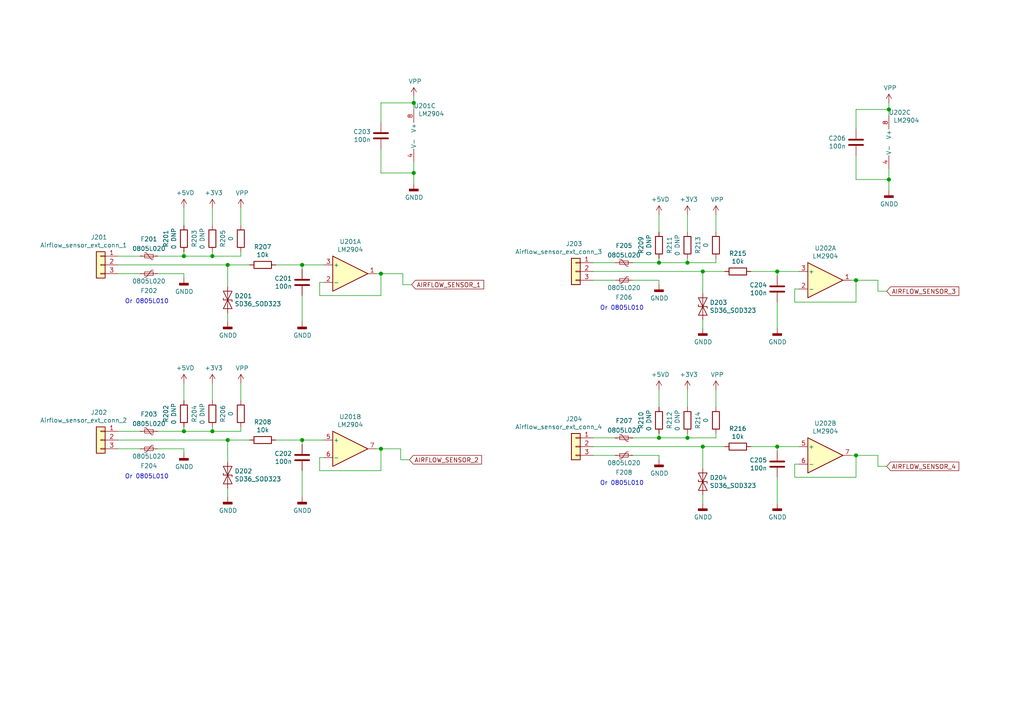
<source format=kicad_sch>
(kicad_sch (version 20211123) (generator eeschema)

  (uuid 017be035-ae14-43bc-acb4-40f45b791d36)

  (paper "A4")

  (lib_symbols
    (symbol "Amplifier_Operational:LM2904" (pin_names (offset 0.127)) (in_bom yes) (on_board yes)
      (property "Reference" "U" (id 0) (at 0 5.08 0)
        (effects (font (size 1.27 1.27)) (justify left))
      )
      (property "Value" "LM2904" (id 1) (at 0 -5.08 0)
        (effects (font (size 1.27 1.27)) (justify left))
      )
      (property "Footprint" "" (id 2) (at 0 0 0)
        (effects (font (size 1.27 1.27)) hide)
      )
      (property "Datasheet" "http://www.ti.com/lit/ds/symlink/lm358.pdf" (id 3) (at 0 0 0)
        (effects (font (size 1.27 1.27)) hide)
      )
      (property "ki_locked" "" (id 4) (at 0 0 0)
        (effects (font (size 1.27 1.27)))
      )
      (property "ki_keywords" "dual opamp" (id 5) (at 0 0 0)
        (effects (font (size 1.27 1.27)) hide)
      )
      (property "ki_description" "Dual Operational Amplifiers, DIP-8/SOIC-8/TSSOP-8/VSSOP-8" (id 6) (at 0 0 0)
        (effects (font (size 1.27 1.27)) hide)
      )
      (property "ki_fp_filters" "SOIC*3.9x4.9mm*P1.27mm* DIP*W7.62mm* TO*99* OnSemi*Micro8* TSSOP*3x3mm*P0.65mm* TSSOP*4.4x3mm*P0.65mm* MSOP*3x3mm*P0.65mm* SSOP*3.9x4.9mm*P0.635mm* LFCSP*2x2mm*P0.5mm* *SIP* SOIC*5.3x6.2mm*P1.27mm*" (id 7) (at 0 0 0)
        (effects (font (size 1.27 1.27)) hide)
      )
      (symbol "LM2904_1_1"
        (polyline
          (pts
            (xy -5.08 5.08)
            (xy 5.08 0)
            (xy -5.08 -5.08)
            (xy -5.08 5.08)
          )
          (stroke (width 0.254) (type default) (color 0 0 0 0))
          (fill (type background))
        )
        (pin output line (at 7.62 0 180) (length 2.54)
          (name "~" (effects (font (size 1.27 1.27))))
          (number "1" (effects (font (size 1.27 1.27))))
        )
        (pin input line (at -7.62 -2.54 0) (length 2.54)
          (name "-" (effects (font (size 1.27 1.27))))
          (number "2" (effects (font (size 1.27 1.27))))
        )
        (pin input line (at -7.62 2.54 0) (length 2.54)
          (name "+" (effects (font (size 1.27 1.27))))
          (number "3" (effects (font (size 1.27 1.27))))
        )
      )
      (symbol "LM2904_2_1"
        (polyline
          (pts
            (xy -5.08 5.08)
            (xy 5.08 0)
            (xy -5.08 -5.08)
            (xy -5.08 5.08)
          )
          (stroke (width 0.254) (type default) (color 0 0 0 0))
          (fill (type background))
        )
        (pin input line (at -7.62 2.54 0) (length 2.54)
          (name "+" (effects (font (size 1.27 1.27))))
          (number "5" (effects (font (size 1.27 1.27))))
        )
        (pin input line (at -7.62 -2.54 0) (length 2.54)
          (name "-" (effects (font (size 1.27 1.27))))
          (number "6" (effects (font (size 1.27 1.27))))
        )
        (pin output line (at 7.62 0 180) (length 2.54)
          (name "~" (effects (font (size 1.27 1.27))))
          (number "7" (effects (font (size 1.27 1.27))))
        )
      )
      (symbol "LM2904_3_1"
        (pin power_in line (at -2.54 -7.62 90) (length 3.81)
          (name "V-" (effects (font (size 1.27 1.27))))
          (number "4" (effects (font (size 1.27 1.27))))
        )
        (pin power_in line (at -2.54 7.62 270) (length 3.81)
          (name "V+" (effects (font (size 1.27 1.27))))
          (number "8" (effects (font (size 1.27 1.27))))
        )
      )
    )
    (symbol "Connector_Generic:Conn_01x03" (pin_names (offset 1.016) hide) (in_bom yes) (on_board yes)
      (property "Reference" "J" (id 0) (at 0 5.08 0)
        (effects (font (size 1.27 1.27)))
      )
      (property "Value" "Conn_01x03" (id 1) (at 0 -5.08 0)
        (effects (font (size 1.27 1.27)))
      )
      (property "Footprint" "" (id 2) (at 0 0 0)
        (effects (font (size 1.27 1.27)) hide)
      )
      (property "Datasheet" "~" (id 3) (at 0 0 0)
        (effects (font (size 1.27 1.27)) hide)
      )
      (property "ki_keywords" "connector" (id 4) (at 0 0 0)
        (effects (font (size 1.27 1.27)) hide)
      )
      (property "ki_description" "Generic connector, single row, 01x03, script generated (kicad-library-utils/schlib/autogen/connector/)" (id 5) (at 0 0 0)
        (effects (font (size 1.27 1.27)) hide)
      )
      (property "ki_fp_filters" "Connector*:*_1x??_*" (id 6) (at 0 0 0)
        (effects (font (size 1.27 1.27)) hide)
      )
      (symbol "Conn_01x03_1_1"
        (rectangle (start -1.27 -2.413) (end 0 -2.667)
          (stroke (width 0.1524) (type default) (color 0 0 0 0))
          (fill (type none))
        )
        (rectangle (start -1.27 0.127) (end 0 -0.127)
          (stroke (width 0.1524) (type default) (color 0 0 0 0))
          (fill (type none))
        )
        (rectangle (start -1.27 2.667) (end 0 2.413)
          (stroke (width 0.1524) (type default) (color 0 0 0 0))
          (fill (type none))
        )
        (rectangle (start -1.27 3.81) (end 1.27 -3.81)
          (stroke (width 0.254) (type default) (color 0 0 0 0))
          (fill (type background))
        )
        (pin passive line (at -5.08 2.54 0) (length 3.81)
          (name "Pin_1" (effects (font (size 1.27 1.27))))
          (number "1" (effects (font (size 1.27 1.27))))
        )
        (pin passive line (at -5.08 0 0) (length 3.81)
          (name "Pin_2" (effects (font (size 1.27 1.27))))
          (number "2" (effects (font (size 1.27 1.27))))
        )
        (pin passive line (at -5.08 -2.54 0) (length 3.81)
          (name "Pin_3" (effects (font (size 1.27 1.27))))
          (number "3" (effects (font (size 1.27 1.27))))
        )
      )
    )
    (symbol "Device:C" (pin_numbers hide) (pin_names (offset 0.254)) (in_bom yes) (on_board yes)
      (property "Reference" "C" (id 0) (at 0.635 2.54 0)
        (effects (font (size 1.27 1.27)) (justify left))
      )
      (property "Value" "C" (id 1) (at 0.635 -2.54 0)
        (effects (font (size 1.27 1.27)) (justify left))
      )
      (property "Footprint" "" (id 2) (at 0.9652 -3.81 0)
        (effects (font (size 1.27 1.27)) hide)
      )
      (property "Datasheet" "~" (id 3) (at 0 0 0)
        (effects (font (size 1.27 1.27)) hide)
      )
      (property "ki_keywords" "cap capacitor" (id 4) (at 0 0 0)
        (effects (font (size 1.27 1.27)) hide)
      )
      (property "ki_description" "Unpolarized capacitor" (id 5) (at 0 0 0)
        (effects (font (size 1.27 1.27)) hide)
      )
      (property "ki_fp_filters" "C_*" (id 6) (at 0 0 0)
        (effects (font (size 1.27 1.27)) hide)
      )
      (symbol "C_0_1"
        (polyline
          (pts
            (xy -2.032 -0.762)
            (xy 2.032 -0.762)
          )
          (stroke (width 0.508) (type default) (color 0 0 0 0))
          (fill (type none))
        )
        (polyline
          (pts
            (xy -2.032 0.762)
            (xy 2.032 0.762)
          )
          (stroke (width 0.508) (type default) (color 0 0 0 0))
          (fill (type none))
        )
      )
      (symbol "C_1_1"
        (pin passive line (at 0 3.81 270) (length 2.794)
          (name "~" (effects (font (size 1.27 1.27))))
          (number "1" (effects (font (size 1.27 1.27))))
        )
        (pin passive line (at 0 -3.81 90) (length 2.794)
          (name "~" (effects (font (size 1.27 1.27))))
          (number "2" (effects (font (size 1.27 1.27))))
        )
      )
    )
    (symbol "Device:Polyfuse_Small" (pin_numbers hide) (pin_names (offset 0)) (in_bom yes) (on_board yes)
      (property "Reference" "F" (id 0) (at -1.905 0 90)
        (effects (font (size 1.27 1.27)))
      )
      (property "Value" "Polyfuse_Small" (id 1) (at 1.905 0 90)
        (effects (font (size 1.27 1.27)))
      )
      (property "Footprint" "" (id 2) (at 1.27 -5.08 0)
        (effects (font (size 1.27 1.27)) (justify left) hide)
      )
      (property "Datasheet" "~" (id 3) (at 0 0 0)
        (effects (font (size 1.27 1.27)) hide)
      )
      (property "ki_keywords" "resettable fuse PTC PPTC polyfuse polyswitch" (id 4) (at 0 0 0)
        (effects (font (size 1.27 1.27)) hide)
      )
      (property "ki_description" "Resettable fuse, polymeric positive temperature coefficient, small symbol" (id 5) (at 0 0 0)
        (effects (font (size 1.27 1.27)) hide)
      )
      (property "ki_fp_filters" "*polyfuse* *PTC*" (id 6) (at 0 0 0)
        (effects (font (size 1.27 1.27)) hide)
      )
      (symbol "Polyfuse_Small_0_1"
        (rectangle (start -0.508 1.27) (end 0.508 -1.27)
          (stroke (width 0) (type default) (color 0 0 0 0))
          (fill (type none))
        )
        (polyline
          (pts
            (xy 0 2.54)
            (xy 0 -2.54)
          )
          (stroke (width 0) (type default) (color 0 0 0 0))
          (fill (type none))
        )
        (polyline
          (pts
            (xy -1.016 1.27)
            (xy -1.016 0.762)
            (xy 1.016 -0.762)
            (xy 1.016 -1.27)
          )
          (stroke (width 0) (type default) (color 0 0 0 0))
          (fill (type none))
        )
      )
      (symbol "Polyfuse_Small_1_1"
        (pin passive line (at 0 2.54 270) (length 0.635)
          (name "~" (effects (font (size 1.27 1.27))))
          (number "1" (effects (font (size 1.27 1.27))))
        )
        (pin passive line (at 0 -2.54 90) (length 0.635)
          (name "~" (effects (font (size 1.27 1.27))))
          (number "2" (effects (font (size 1.27 1.27))))
        )
      )
    )
    (symbol "Device:R" (pin_numbers hide) (pin_names (offset 0)) (in_bom yes) (on_board yes)
      (property "Reference" "R" (id 0) (at 2.032 0 90)
        (effects (font (size 1.27 1.27)))
      )
      (property "Value" "R" (id 1) (at 0 0 90)
        (effects (font (size 1.27 1.27)))
      )
      (property "Footprint" "" (id 2) (at -1.778 0 90)
        (effects (font (size 1.27 1.27)) hide)
      )
      (property "Datasheet" "~" (id 3) (at 0 0 0)
        (effects (font (size 1.27 1.27)) hide)
      )
      (property "ki_keywords" "R res resistor" (id 4) (at 0 0 0)
        (effects (font (size 1.27 1.27)) hide)
      )
      (property "ki_description" "Resistor" (id 5) (at 0 0 0)
        (effects (font (size 1.27 1.27)) hide)
      )
      (property "ki_fp_filters" "R_*" (id 6) (at 0 0 0)
        (effects (font (size 1.27 1.27)) hide)
      )
      (symbol "R_0_1"
        (rectangle (start -1.016 -2.54) (end 1.016 2.54)
          (stroke (width 0.254) (type default) (color 0 0 0 0))
          (fill (type none))
        )
      )
      (symbol "R_1_1"
        (pin passive line (at 0 3.81 270) (length 1.27)
          (name "~" (effects (font (size 1.27 1.27))))
          (number "1" (effects (font (size 1.27 1.27))))
        )
        (pin passive line (at 0 -3.81 90) (length 1.27)
          (name "~" (effects (font (size 1.27 1.27))))
          (number "2" (effects (font (size 1.27 1.27))))
        )
      )
    )
    (symbol "Diode:SD36_SOD323" (pin_numbers hide) (pin_names (offset 1.016) hide) (in_bom yes) (on_board yes)
      (property "Reference" "D" (id 0) (at 0 2.54 0)
        (effects (font (size 1.27 1.27)))
      )
      (property "Value" "SD36_SOD323" (id 1) (at 0 -2.54 0)
        (effects (font (size 1.27 1.27)))
      )
      (property "Footprint" "Diode_SMD:D_SOD-323" (id 2) (at 0 -5.08 0)
        (effects (font (size 1.27 1.27)) hide)
      )
      (property "Datasheet" "https://www.littelfuse.com/~/media/electronics/datasheets/tvs_diode_arrays/littelfuse_tvs_diode_array_sd_c_datasheet.pdf.pdf" (id 3) (at 0 0 0)
        (effects (font (size 1.27 1.27)) hide)
      )
      (property "ki_keywords" "transient voltage suppressor thyrector transil" (id 4) (at 0 0 0)
        (effects (font (size 1.27 1.27)) hide)
      )
      (property "ki_description" "36V, 450W Discrete Bidirectional TVS Diode, SOD-323" (id 5) (at 0 0 0)
        (effects (font (size 1.27 1.27)) hide)
      )
      (property "ki_fp_filters" "D?SOD?323*" (id 6) (at 0 0 0)
        (effects (font (size 1.27 1.27)) hide)
      )
      (symbol "SD36_SOD323_0_1"
        (polyline
          (pts
            (xy 1.27 0)
            (xy -1.27 0)
          )
          (stroke (width 0) (type default) (color 0 0 0 0))
          (fill (type none))
        )
        (polyline
          (pts
            (xy -2.54 -1.27)
            (xy 0 0)
            (xy -2.54 1.27)
            (xy -2.54 -1.27)
          )
          (stroke (width 0.2032) (type default) (color 0 0 0 0))
          (fill (type none))
        )
        (polyline
          (pts
            (xy 0.508 1.27)
            (xy 0 1.27)
            (xy 0 -1.27)
            (xy -0.508 -1.27)
          )
          (stroke (width 0.2032) (type default) (color 0 0 0 0))
          (fill (type none))
        )
        (polyline
          (pts
            (xy 2.54 1.27)
            (xy 2.54 -1.27)
            (xy 0 0)
            (xy 2.54 1.27)
          )
          (stroke (width 0.2032) (type default) (color 0 0 0 0))
          (fill (type none))
        )
      )
      (symbol "SD36_SOD323_1_1"
        (pin passive line (at -3.81 0 0) (length 2.54)
          (name "A1" (effects (font (size 1.27 1.27))))
          (number "1" (effects (font (size 1.27 1.27))))
        )
        (pin passive line (at 3.81 0 180) (length 2.54)
          (name "A2" (effects (font (size 1.27 1.27))))
          (number "2" (effects (font (size 1.27 1.27))))
        )
      )
    )
    (symbol "power:+3V3" (power) (pin_names (offset 0)) (in_bom yes) (on_board yes)
      (property "Reference" "#PWR" (id 0) (at 0 -3.81 0)
        (effects (font (size 1.27 1.27)) hide)
      )
      (property "Value" "+3V3" (id 1) (at 0 3.556 0)
        (effects (font (size 1.27 1.27)))
      )
      (property "Footprint" "" (id 2) (at 0 0 0)
        (effects (font (size 1.27 1.27)) hide)
      )
      (property "Datasheet" "" (id 3) (at 0 0 0)
        (effects (font (size 1.27 1.27)) hide)
      )
      (property "ki_keywords" "power-flag" (id 4) (at 0 0 0)
        (effects (font (size 1.27 1.27)) hide)
      )
      (property "ki_description" "Power symbol creates a global label with name \"+3V3\"" (id 5) (at 0 0 0)
        (effects (font (size 1.27 1.27)) hide)
      )
      (symbol "+3V3_0_1"
        (polyline
          (pts
            (xy -0.762 1.27)
            (xy 0 2.54)
          )
          (stroke (width 0) (type default) (color 0 0 0 0))
          (fill (type none))
        )
        (polyline
          (pts
            (xy 0 0)
            (xy 0 2.54)
          )
          (stroke (width 0) (type default) (color 0 0 0 0))
          (fill (type none))
        )
        (polyline
          (pts
            (xy 0 2.54)
            (xy 0.762 1.27)
          )
          (stroke (width 0) (type default) (color 0 0 0 0))
          (fill (type none))
        )
      )
      (symbol "+3V3_1_1"
        (pin power_in line (at 0 0 90) (length 0) hide
          (name "+3V3" (effects (font (size 1.27 1.27))))
          (number "1" (effects (font (size 1.27 1.27))))
        )
      )
    )
    (symbol "power:+5VD" (power) (pin_names (offset 0)) (in_bom yes) (on_board yes)
      (property "Reference" "#PWR" (id 0) (at 0 -3.81 0)
        (effects (font (size 1.27 1.27)) hide)
      )
      (property "Value" "+5VD" (id 1) (at 0 3.556 0)
        (effects (font (size 1.27 1.27)))
      )
      (property "Footprint" "" (id 2) (at 0 0 0)
        (effects (font (size 1.27 1.27)) hide)
      )
      (property "Datasheet" "" (id 3) (at 0 0 0)
        (effects (font (size 1.27 1.27)) hide)
      )
      (property "ki_keywords" "power-flag" (id 4) (at 0 0 0)
        (effects (font (size 1.27 1.27)) hide)
      )
      (property "ki_description" "Power symbol creates a global label with name \"+5VD\"" (id 5) (at 0 0 0)
        (effects (font (size 1.27 1.27)) hide)
      )
      (symbol "+5VD_0_1"
        (polyline
          (pts
            (xy -0.762 1.27)
            (xy 0 2.54)
          )
          (stroke (width 0) (type default) (color 0 0 0 0))
          (fill (type none))
        )
        (polyline
          (pts
            (xy 0 0)
            (xy 0 2.54)
          )
          (stroke (width 0) (type default) (color 0 0 0 0))
          (fill (type none))
        )
        (polyline
          (pts
            (xy 0 2.54)
            (xy 0.762 1.27)
          )
          (stroke (width 0) (type default) (color 0 0 0 0))
          (fill (type none))
        )
      )
      (symbol "+5VD_1_1"
        (pin power_in line (at 0 0 90) (length 0) hide
          (name "+5VD" (effects (font (size 1.27 1.27))))
          (number "1" (effects (font (size 1.27 1.27))))
        )
      )
    )
    (symbol "power:GNDD" (power) (pin_names (offset 0)) (in_bom yes) (on_board yes)
      (property "Reference" "#PWR" (id 0) (at 0 -6.35 0)
        (effects (font (size 1.27 1.27)) hide)
      )
      (property "Value" "GNDD" (id 1) (at 0 -3.175 0)
        (effects (font (size 1.27 1.27)))
      )
      (property "Footprint" "" (id 2) (at 0 0 0)
        (effects (font (size 1.27 1.27)) hide)
      )
      (property "Datasheet" "" (id 3) (at 0 0 0)
        (effects (font (size 1.27 1.27)) hide)
      )
      (property "ki_keywords" "power-flag" (id 4) (at 0 0 0)
        (effects (font (size 1.27 1.27)) hide)
      )
      (property "ki_description" "Power symbol creates a global label with name \"GNDD\" , digital ground" (id 5) (at 0 0 0)
        (effects (font (size 1.27 1.27)) hide)
      )
      (symbol "GNDD_0_1"
        (rectangle (start -1.27 -1.524) (end 1.27 -2.032)
          (stroke (width 0.254) (type default) (color 0 0 0 0))
          (fill (type outline))
        )
        (polyline
          (pts
            (xy 0 0)
            (xy 0 -1.524)
          )
          (stroke (width 0) (type default) (color 0 0 0 0))
          (fill (type none))
        )
      )
      (symbol "GNDD_1_1"
        (pin power_in line (at 0 0 270) (length 0) hide
          (name "GNDD" (effects (font (size 1.27 1.27))))
          (number "1" (effects (font (size 1.27 1.27))))
        )
      )
    )
    (symbol "power:VPP" (power) (pin_names (offset 0)) (in_bom yes) (on_board yes)
      (property "Reference" "#PWR" (id 0) (at 0 -3.81 0)
        (effects (font (size 1.27 1.27)) hide)
      )
      (property "Value" "VPP" (id 1) (at 0 3.81 0)
        (effects (font (size 1.27 1.27)))
      )
      (property "Footprint" "" (id 2) (at 0 0 0)
        (effects (font (size 1.27 1.27)) hide)
      )
      (property "Datasheet" "" (id 3) (at 0 0 0)
        (effects (font (size 1.27 1.27)) hide)
      )
      (property "ki_keywords" "power-flag" (id 4) (at 0 0 0)
        (effects (font (size 1.27 1.27)) hide)
      )
      (property "ki_description" "Power symbol creates a global label with name \"VPP\"" (id 5) (at 0 0 0)
        (effects (font (size 1.27 1.27)) hide)
      )
      (symbol "VPP_0_1"
        (polyline
          (pts
            (xy -0.762 1.27)
            (xy 0 2.54)
          )
          (stroke (width 0) (type default) (color 0 0 0 0))
          (fill (type none))
        )
        (polyline
          (pts
            (xy 0 0)
            (xy 0 2.54)
          )
          (stroke (width 0) (type default) (color 0 0 0 0))
          (fill (type none))
        )
        (polyline
          (pts
            (xy 0 2.54)
            (xy 0.762 1.27)
          )
          (stroke (width 0) (type default) (color 0 0 0 0))
          (fill (type none))
        )
      )
      (symbol "VPP_1_1"
        (pin power_in line (at 0 0 90) (length 0) hide
          (name "VPP" (effects (font (size 1.27 1.27))))
          (number "1" (effects (font (size 1.27 1.27))))
        )
      )
    )
  )

  (junction (at 225.425 129.54) (diameter 1.016) (color 0 0 0 0)
    (uuid 045992b1-d3c0-41a3-a40f-52463cea4182)
  )
  (junction (at 199.39 76.2) (diameter 1.016) (color 0 0 0 0)
    (uuid 0707c631-df08-4a63-b820-069e1bcbb19c)
  )
  (junction (at 203.835 78.74) (diameter 1.016) (color 0 0 0 0)
    (uuid 0d0fcec1-c79c-46ae-9aef-86c0c513e836)
  )
  (junction (at 120.015 29.845) (diameter 1.016) (color 0 0 0 0)
    (uuid 0edab9e6-9113-4995-baa2-27d37e309e9b)
  )
  (junction (at 248.285 81.28) (diameter 1.016) (color 0 0 0 0)
    (uuid 11e1b424-97b9-4fcc-bc9b-b89d24b87bbc)
  )
  (junction (at 61.595 125.095) (diameter 1.016) (color 0 0 0 0)
    (uuid 3632fdce-08c8-42e5-b9d6-4604f78cc098)
  )
  (junction (at 257.81 52.07) (diameter 1.016) (color 0 0 0 0)
    (uuid 44d033ea-30c1-466e-9df6-8dc703944615)
  )
  (junction (at 110.49 79.375) (diameter 1.016) (color 0 0 0 0)
    (uuid 585daf34-da4b-48a1-a171-6d12182cd44e)
  )
  (junction (at 120.015 50.165) (diameter 1.016) (color 0 0 0 0)
    (uuid 5e35d56f-b3a5-4157-980d-b318ea44bcf1)
  )
  (junction (at 248.285 132.08) (diameter 1.016) (color 0 0 0 0)
    (uuid 6190378c-4a03-4a57-9e0c-2f19e69343ac)
  )
  (junction (at 225.425 78.74) (diameter 1.016) (color 0 0 0 0)
    (uuid 64d20c14-6339-43e0-97cc-635868373a7b)
  )
  (junction (at 191.135 76.2) (diameter 1.016) (color 0 0 0 0)
    (uuid 66e12468-e633-4a41-b0e7-5a62543108e8)
  )
  (junction (at 66.04 127.635) (diameter 1.016) (color 0 0 0 0)
    (uuid 69d46ab6-9da6-43a3-9024-335f528a4cd4)
  )
  (junction (at 53.34 125.095) (diameter 1.016) (color 0 0 0 0)
    (uuid 744173b2-d2c4-4287-b03e-833300701043)
  )
  (junction (at 87.63 76.835) (diameter 1.016) (color 0 0 0 0)
    (uuid 7d99c491-33ce-40dc-acc4-86f4b22e23c1)
  )
  (junction (at 66.04 76.835) (diameter 1.016) (color 0 0 0 0)
    (uuid 8e3d9bd8-08c5-4406-bc8e-0429c28a2fdb)
  )
  (junction (at 199.39 127) (diameter 1.016) (color 0 0 0 0)
    (uuid a73db652-ecca-4cdc-a766-91df9dc7759f)
  )
  (junction (at 61.595 74.295) (diameter 1.016) (color 0 0 0 0)
    (uuid b71e57a1-0d6f-4aaa-b359-d9045f57a188)
  )
  (junction (at 257.81 31.75) (diameter 1.016) (color 0 0 0 0)
    (uuid ca9a75b0-b6fb-43b6-8af9-a74f30e15ab3)
  )
  (junction (at 87.63 127.635) (diameter 1.016) (color 0 0 0 0)
    (uuid cdf4e69f-14bf-424d-8e1d-1110bc7998e1)
  )
  (junction (at 53.34 74.295) (diameter 1.016) (color 0 0 0 0)
    (uuid d502d112-ecd7-49ca-b07e-5be59e8d7452)
  )
  (junction (at 110.49 130.175) (diameter 1.016) (color 0 0 0 0)
    (uuid db81af04-664f-4d36-ae70-f689df31a12f)
  )
  (junction (at 203.835 129.54) (diameter 1.016) (color 0 0 0 0)
    (uuid dd04668a-5239-4bd2-ae67-038a463e12dc)
  )
  (junction (at 191.135 127) (diameter 1.016) (color 0 0 0 0)
    (uuid fe54d9a4-115c-48fe-bdc6-3390062e7bd8)
  )

  (wire (pts (xy 80.01 76.835) (xy 87.63 76.835))
    (stroke (width 0) (type solid) (color 0 0 0 0))
    (uuid 00681b37-a988-4e76-81e3-60d0ffe48b78)
  )
  (wire (pts (xy 61.595 125.095) (xy 53.34 125.095))
    (stroke (width 0) (type solid) (color 0 0 0 0))
    (uuid 019ddfaf-0da5-475a-8c95-92d1a9c719b8)
  )
  (wire (pts (xy 203.835 129.54) (xy 210.185 129.54))
    (stroke (width 0) (type solid) (color 0 0 0 0))
    (uuid 044b1e93-dbda-46cb-8c0c-2f354f5c6c28)
  )
  (wire (pts (xy 207.645 113.03) (xy 207.645 118.11))
    (stroke (width 0) (type solid) (color 0 0 0 0))
    (uuid 06853427-e4c3-49a1-8394-ef8c9b786370)
  )
  (wire (pts (xy 66.04 127.635) (xy 66.04 133.985))
    (stroke (width 0) (type solid) (color 0 0 0 0))
    (uuid 08326f05-9017-478b-b524-812adf8448bc)
  )
  (wire (pts (xy 45.72 130.175) (xy 53.34 130.175))
    (stroke (width 0) (type solid) (color 0 0 0 0))
    (uuid 0932ac76-e1fc-4f49-97a5-600ba6cf1886)
  )
  (wire (pts (xy 116.84 82.55) (xy 116.84 79.375))
    (stroke (width 0) (type solid) (color 0 0 0 0))
    (uuid 0a4c5b17-4aaa-46f1-9bdc-83e73533bf8c)
  )
  (wire (pts (xy 66.04 76.835) (xy 66.04 83.185))
    (stroke (width 0) (type solid) (color 0 0 0 0))
    (uuid 0c09dccd-c50c-4ca7-8729-4b55f7a3f6fe)
  )
  (wire (pts (xy 110.49 79.375) (xy 116.84 79.375))
    (stroke (width 0) (type solid) (color 0 0 0 0))
    (uuid 0e27ddae-ef37-46b8-b04e-93347bbcaf55)
  )
  (wire (pts (xy 120.015 27.94) (xy 120.015 29.845))
    (stroke (width 0) (type solid) (color 0 0 0 0))
    (uuid 1448581f-2fe1-4ed3-85e0-07e5d90d807a)
  )
  (wire (pts (xy 110.49 43.18) (xy 110.49 50.165))
    (stroke (width 0) (type solid) (color 0 0 0 0))
    (uuid 16915efb-ef3c-4af5-91bc-6e23eff924ea)
  )
  (wire (pts (xy 199.39 76.2) (xy 191.135 76.2))
    (stroke (width 0) (type solid) (color 0 0 0 0))
    (uuid 169f8ae3-dcc6-493e-9b3d-2d004198df38)
  )
  (wire (pts (xy 257.81 48.895) (xy 257.81 52.07))
    (stroke (width 0) (type solid) (color 0 0 0 0))
    (uuid 19973501-a2be-4b42-88fa-acb9b1e5ec33)
  )
  (wire (pts (xy 225.425 138.43) (xy 225.425 146.05))
    (stroke (width 0) (type solid) (color 0 0 0 0))
    (uuid 1b5ef694-af91-4f2a-975e-feac88aedfa9)
  )
  (wire (pts (xy 191.135 127) (xy 191.135 125.73))
    (stroke (width 0) (type solid) (color 0 0 0 0))
    (uuid 1d06ed48-37d4-46a2-bd09-d8f29c7b7a77)
  )
  (wire (pts (xy 248.285 132.08) (xy 254.635 132.08))
    (stroke (width 0) (type solid) (color 0 0 0 0))
    (uuid 1e744222-33a3-45f1-9623-0a80220f1711)
  )
  (wire (pts (xy 225.425 129.54) (xy 225.425 130.81))
    (stroke (width 0) (type solid) (color 0 0 0 0))
    (uuid 225522e3-4a2f-44a1-bd82-f8e2788917c1)
  )
  (wire (pts (xy 203.835 129.54) (xy 203.835 135.89))
    (stroke (width 0) (type solid) (color 0 0 0 0))
    (uuid 24e95de4-e6fe-4aca-87e8-ffbc56556d35)
  )
  (wire (pts (xy 225.425 129.54) (xy 231.775 129.54))
    (stroke (width 0) (type solid) (color 0 0 0 0))
    (uuid 26178e6d-a2c8-4655-aa44-f14598f796f8)
  )
  (wire (pts (xy 225.425 78.74) (xy 225.425 80.01))
    (stroke (width 0) (type solid) (color 0 0 0 0))
    (uuid 2abcf39c-a1fd-44da-8bfc-6d068d35b4cb)
  )
  (wire (pts (xy 110.49 85.725) (xy 110.49 79.375))
    (stroke (width 0) (type solid) (color 0 0 0 0))
    (uuid 2bf07689-0e08-499e-a291-2f23023f2773)
  )
  (wire (pts (xy 69.85 73.025) (xy 69.85 74.295))
    (stroke (width 0) (type solid) (color 0 0 0 0))
    (uuid 2db0d927-7dfa-418a-8e27-d09ade4f6569)
  )
  (wire (pts (xy 247.015 81.28) (xy 248.285 81.28))
    (stroke (width 0) (type solid) (color 0 0 0 0))
    (uuid 314767b6-ea5e-457b-bf9f-5e37b6417c58)
  )
  (wire (pts (xy 110.49 130.175) (xy 116.205 130.175))
    (stroke (width 0) (type solid) (color 0 0 0 0))
    (uuid 32fa51e5-aa1d-4dbd-a82d-000f061821ce)
  )
  (wire (pts (xy 225.425 87.63) (xy 225.425 95.25))
    (stroke (width 0) (type solid) (color 0 0 0 0))
    (uuid 332412b2-eff8-4fbd-8d21-65ffd7f61296)
  )
  (wire (pts (xy 254.635 84.455) (xy 254.635 81.28))
    (stroke (width 0) (type solid) (color 0 0 0 0))
    (uuid 356b08e4-946d-405b-a913-86e1df6802e9)
  )
  (wire (pts (xy 191.135 81.28) (xy 191.135 82.55))
    (stroke (width 0) (type solid) (color 0 0 0 0))
    (uuid 37b27ebb-a9b9-47fb-a87c-f6c4ea90c8ad)
  )
  (wire (pts (xy 172.085 76.2) (xy 178.435 76.2))
    (stroke (width 0) (type solid) (color 0 0 0 0))
    (uuid 38078df4-3d4f-46c2-ac08-353d0b329f35)
  )
  (wire (pts (xy 34.29 130.175) (xy 40.64 130.175))
    (stroke (width 0) (type solid) (color 0 0 0 0))
    (uuid 3d9e43f3-15c7-4965-9127-359eba398cfb)
  )
  (wire (pts (xy 69.85 60.325) (xy 69.85 65.405))
    (stroke (width 0) (type solid) (color 0 0 0 0))
    (uuid 4185bb1e-734c-46dc-ae51-6d5a20448bdd)
  )
  (wire (pts (xy 93.98 81.915) (xy 92.71 81.915))
    (stroke (width 0) (type solid) (color 0 0 0 0))
    (uuid 449621ad-e2e2-4ff2-b325-e8f939a3d0da)
  )
  (wire (pts (xy 172.085 78.74) (xy 203.835 78.74))
    (stroke (width 0) (type solid) (color 0 0 0 0))
    (uuid 45573de9-1f16-4f11-a07a-b1f06147ce26)
  )
  (wire (pts (xy 110.49 50.165) (xy 120.015 50.165))
    (stroke (width 0) (type solid) (color 0 0 0 0))
    (uuid 48b43604-1365-405a-9d6d-c9d6b91df9e9)
  )
  (wire (pts (xy 172.085 129.54) (xy 203.835 129.54))
    (stroke (width 0) (type solid) (color 0 0 0 0))
    (uuid 49beedb3-e3b6-49f1-ae2f-3a1c8c014cf4)
  )
  (wire (pts (xy 69.85 123.825) (xy 69.85 125.095))
    (stroke (width 0) (type solid) (color 0 0 0 0))
    (uuid 4b715bac-8fbd-4228-8f25-b14a222c7f2a)
  )
  (wire (pts (xy 248.285 87.63) (xy 248.285 81.28))
    (stroke (width 0) (type solid) (color 0 0 0 0))
    (uuid 4cf986fc-81b5-4989-8ff8-4e0ff35d0366)
  )
  (wire (pts (xy 203.835 78.74) (xy 203.835 85.09))
    (stroke (width 0) (type solid) (color 0 0 0 0))
    (uuid 53bc3b4b-b0aa-4935-812e-2efae68436e7)
  )
  (wire (pts (xy 53.34 60.325) (xy 53.34 65.405))
    (stroke (width 0) (type solid) (color 0 0 0 0))
    (uuid 53c219ac-a9f6-4887-ace1-e55daf1b7a40)
  )
  (wire (pts (xy 110.49 29.845) (xy 120.015 29.845))
    (stroke (width 0) (type solid) (color 0 0 0 0))
    (uuid 5574e4f7-ea1e-4393-a012-68bff6d24a0f)
  )
  (wire (pts (xy 191.135 113.03) (xy 191.135 118.11))
    (stroke (width 0) (type solid) (color 0 0 0 0))
    (uuid 5643704e-efef-4ebe-8d24-f03ad1dbd48b)
  )
  (wire (pts (xy 248.285 45.085) (xy 248.285 52.07))
    (stroke (width 0) (type solid) (color 0 0 0 0))
    (uuid 581c2270-9b05-49b8-b49c-934bf1beb87c)
  )
  (wire (pts (xy 199.39 74.93) (xy 199.39 76.2))
    (stroke (width 0) (type solid) (color 0 0 0 0))
    (uuid 59e348b1-dcce-41cd-9a87-63cdff89e6c7)
  )
  (wire (pts (xy 230.505 87.63) (xy 248.285 87.63))
    (stroke (width 0) (type solid) (color 0 0 0 0))
    (uuid 5ceda66b-70fd-488c-9631-d5b6a1328d44)
  )
  (wire (pts (xy 119.38 82.55) (xy 116.84 82.55))
    (stroke (width 0) (type solid) (color 0 0 0 0))
    (uuid 62d9ebcb-808c-4312-849c-5818794f1fe2)
  )
  (wire (pts (xy 230.505 138.43) (xy 248.285 138.43))
    (stroke (width 0) (type solid) (color 0 0 0 0))
    (uuid 65f21afe-6626-471f-b5b5-94ee437947fa)
  )
  (wire (pts (xy 87.63 127.635) (xy 87.63 128.905))
    (stroke (width 0) (type solid) (color 0 0 0 0))
    (uuid 67f3fcc0-9c33-4c3d-809e-6b7f29ef3e1e)
  )
  (wire (pts (xy 257.81 29.845) (xy 257.81 31.75))
    (stroke (width 0) (type solid) (color 0 0 0 0))
    (uuid 69d5ef76-b76a-4c87-a0bd-5834845af542)
  )
  (wire (pts (xy 69.85 125.095) (xy 61.595 125.095))
    (stroke (width 0) (type solid) (color 0 0 0 0))
    (uuid 6a5fe99b-c7cc-4f13-9028-26d87c209c34)
  )
  (wire (pts (xy 45.72 79.375) (xy 53.34 79.375))
    (stroke (width 0) (type solid) (color 0 0 0 0))
    (uuid 6c690fe4-530d-4fcd-8f48-11917dbd3ca0)
  )
  (wire (pts (xy 45.72 74.295) (xy 53.34 74.295))
    (stroke (width 0) (type solid) (color 0 0 0 0))
    (uuid 6f6dfdc1-540c-45d0-ad30-57532d5218dd)
  )
  (wire (pts (xy 87.63 127.635) (xy 93.98 127.635))
    (stroke (width 0) (type solid) (color 0 0 0 0))
    (uuid 70531505-2c80-45d6-b935-ea8e447403f4)
  )
  (wire (pts (xy 110.49 136.525) (xy 110.49 130.175))
    (stroke (width 0) (type solid) (color 0 0 0 0))
    (uuid 70699d56-473a-4a11-9dd3-bbb492c78b9d)
  )
  (wire (pts (xy 92.71 85.725) (xy 110.49 85.725))
    (stroke (width 0) (type solid) (color 0 0 0 0))
    (uuid 723520f1-3923-4c1c-aeca-1b7e8f62f0e7)
  )
  (wire (pts (xy 92.71 136.525) (xy 110.49 136.525))
    (stroke (width 0) (type solid) (color 0 0 0 0))
    (uuid 731f5936-8b80-4257-8b13-063cad76ee74)
  )
  (wire (pts (xy 80.01 127.635) (xy 87.63 127.635))
    (stroke (width 0) (type solid) (color 0 0 0 0))
    (uuid 745daf81-f20d-4e7a-a05f-efd2af83666b)
  )
  (wire (pts (xy 53.34 79.375) (xy 53.34 80.645))
    (stroke (width 0) (type solid) (color 0 0 0 0))
    (uuid 76543287-e7bf-4780-9f8e-810b512a591b)
  )
  (wire (pts (xy 92.71 81.915) (xy 92.71 85.725))
    (stroke (width 0) (type solid) (color 0 0 0 0))
    (uuid 77ca7209-57ba-4829-bf37-e3f6e5bbcd8e)
  )
  (wire (pts (xy 61.595 74.295) (xy 53.34 74.295))
    (stroke (width 0) (type solid) (color 0 0 0 0))
    (uuid 7a93ba23-bfeb-4ed2-a197-07635f071d70)
  )
  (wire (pts (xy 120.015 46.99) (xy 120.015 50.165))
    (stroke (width 0) (type solid) (color 0 0 0 0))
    (uuid 7c96764c-68e2-4cae-9d13-7befd3f44f4d)
  )
  (wire (pts (xy 61.595 111.125) (xy 61.595 116.205))
    (stroke (width 0) (type solid) (color 0 0 0 0))
    (uuid 7cf381a6-02d7-4d1a-b162-5469cd1561a5)
  )
  (wire (pts (xy 61.595 123.825) (xy 61.595 125.095))
    (stroke (width 0) (type solid) (color 0 0 0 0))
    (uuid 7d0b63d7-e072-4730-94ca-9b2854e93c35)
  )
  (wire (pts (xy 203.835 92.71) (xy 203.835 95.25))
    (stroke (width 0) (type solid) (color 0 0 0 0))
    (uuid 80b9b4a2-44fa-4126-9e3f-7b011c4cf20c)
  )
  (wire (pts (xy 217.805 129.54) (xy 225.425 129.54))
    (stroke (width 0) (type solid) (color 0 0 0 0))
    (uuid 8423a6ca-1d7e-4da1-b2ca-4e3c3e12823b)
  )
  (wire (pts (xy 53.34 130.175) (xy 53.34 131.445))
    (stroke (width 0) (type solid) (color 0 0 0 0))
    (uuid 87794151-181f-460c-b520-3ca742d9b69c)
  )
  (wire (pts (xy 34.29 79.375) (xy 40.64 79.375))
    (stroke (width 0) (type solid) (color 0 0 0 0))
    (uuid 8a989999-753f-4644-9896-21c149ef8a69)
  )
  (wire (pts (xy 207.645 125.73) (xy 207.645 127))
    (stroke (width 0) (type solid) (color 0 0 0 0))
    (uuid 8ab9d0ce-165d-4ff8-a88c-720873418e55)
  )
  (wire (pts (xy 257.81 52.07) (xy 257.81 55.245))
    (stroke (width 0) (type solid) (color 0 0 0 0))
    (uuid 8be81c51-55cc-4100-a32f-f246f97e2905)
  )
  (wire (pts (xy 92.71 132.715) (xy 92.71 136.525))
    (stroke (width 0) (type solid) (color 0 0 0 0))
    (uuid 8c46508a-539b-4934-b63d-4cc7bb970b9e)
  )
  (wire (pts (xy 69.85 111.125) (xy 69.85 116.205))
    (stroke (width 0) (type solid) (color 0 0 0 0))
    (uuid 8c4bc499-a57e-4211-93de-daebe6096638)
  )
  (wire (pts (xy 207.645 74.93) (xy 207.645 76.2))
    (stroke (width 0) (type solid) (color 0 0 0 0))
    (uuid 95467869-4e9e-4c93-a924-cbbbb06249b0)
  )
  (wire (pts (xy 207.645 62.23) (xy 207.645 67.31))
    (stroke (width 0) (type solid) (color 0 0 0 0))
    (uuid 95a9ecd9-37ac-4565-b7f3-af6b6f503ad0)
  )
  (wire (pts (xy 231.775 134.62) (xy 230.505 134.62))
    (stroke (width 0) (type solid) (color 0 0 0 0))
    (uuid 97863503-38fa-42bd-998d-3ad1a7ea9978)
  )
  (wire (pts (xy 53.34 74.295) (xy 53.34 73.025))
    (stroke (width 0) (type solid) (color 0 0 0 0))
    (uuid 9944ecab-8beb-4110-a5e3-3af4b96ebad6)
  )
  (wire (pts (xy 203.835 78.74) (xy 210.185 78.74))
    (stroke (width 0) (type solid) (color 0 0 0 0))
    (uuid 9b67638d-fdff-4a1b-9023-f1136b2de44e)
  )
  (wire (pts (xy 191.135 76.2) (xy 191.135 74.93))
    (stroke (width 0) (type solid) (color 0 0 0 0))
    (uuid 9c8a4a8e-f3ff-48b3-96f1-a766b24b297b)
  )
  (wire (pts (xy 248.285 81.28) (xy 254.635 81.28))
    (stroke (width 0) (type solid) (color 0 0 0 0))
    (uuid 9ca8d4b3-3a94-45de-a114-1526eb7f7979)
  )
  (wire (pts (xy 87.63 76.835) (xy 93.98 76.835))
    (stroke (width 0) (type solid) (color 0 0 0 0))
    (uuid a4bc9caa-0b29-4841-a8e8-2ec8530d1031)
  )
  (wire (pts (xy 172.085 132.08) (xy 178.435 132.08))
    (stroke (width 0) (type solid) (color 0 0 0 0))
    (uuid a7480aca-1629-4303-a2f0-7de4282d43bf)
  )
  (wire (pts (xy 230.505 134.62) (xy 230.505 138.43))
    (stroke (width 0) (type solid) (color 0 0 0 0))
    (uuid a871cb0a-d794-473a-ad60-4287497e0583)
  )
  (wire (pts (xy 110.49 130.175) (xy 109.22 130.175))
    (stroke (width 0) (type solid) (color 0 0 0 0))
    (uuid ab1d796b-c85c-498f-95d1-1887d9de1b3b)
  )
  (wire (pts (xy 230.505 83.82) (xy 230.505 87.63))
    (stroke (width 0) (type solid) (color 0 0 0 0))
    (uuid ad5303a1-95c6-4987-b1ea-bfb92d1355f2)
  )
  (wire (pts (xy 207.645 76.2) (xy 199.39 76.2))
    (stroke (width 0) (type solid) (color 0 0 0 0))
    (uuid b1b1cb5f-f295-44f1-a81b-f64d9e041f3e)
  )
  (wire (pts (xy 231.775 83.82) (xy 230.505 83.82))
    (stroke (width 0) (type solid) (color 0 0 0 0))
    (uuid b49602c4-3e47-4b40-91f1-468192a48e90)
  )
  (wire (pts (xy 120.015 29.845) (xy 120.015 31.75))
    (stroke (width 0) (type solid) (color 0 0 0 0))
    (uuid b5c2c930-bb9e-4366-b886-753ed4dd7ae5)
  )
  (wire (pts (xy 248.285 37.465) (xy 248.285 31.75))
    (stroke (width 0) (type solid) (color 0 0 0 0))
    (uuid b91a56a0-0ef3-4e02-99e6-3608b933920f)
  )
  (wire (pts (xy 66.04 141.605) (xy 66.04 144.145))
    (stroke (width 0) (type solid) (color 0 0 0 0))
    (uuid b99314df-9ade-4a67-9e28-a612b9ee4612)
  )
  (wire (pts (xy 66.04 127.635) (xy 72.39 127.635))
    (stroke (width 0) (type solid) (color 0 0 0 0))
    (uuid bbd21414-b042-44f2-8789-14d02f3141da)
  )
  (wire (pts (xy 34.29 127.635) (xy 66.04 127.635))
    (stroke (width 0) (type solid) (color 0 0 0 0))
    (uuid bc09606b-383c-4cf5-a807-bf44b2b0fa03)
  )
  (wire (pts (xy 199.39 125.73) (xy 199.39 127))
    (stroke (width 0) (type solid) (color 0 0 0 0))
    (uuid be3b4e94-2a38-4b45-90db-32d43459d9cc)
  )
  (wire (pts (xy 172.085 81.28) (xy 178.435 81.28))
    (stroke (width 0) (type solid) (color 0 0 0 0))
    (uuid bf8647d7-66ce-4dbf-8e50-0444bf1c96a8)
  )
  (wire (pts (xy 69.85 74.295) (xy 61.595 74.295))
    (stroke (width 0) (type solid) (color 0 0 0 0))
    (uuid c4c8db24-7f7e-4b69-ad5a-a0feef26ecbb)
  )
  (wire (pts (xy 53.34 125.095) (xy 53.34 123.825))
    (stroke (width 0) (type solid) (color 0 0 0 0))
    (uuid c569d4f0-478d-4cbd-8451-fda963041c05)
  )
  (wire (pts (xy 66.04 90.805) (xy 66.04 93.345))
    (stroke (width 0) (type solid) (color 0 0 0 0))
    (uuid c6468005-55c5-48e4-a979-a717139ee7b0)
  )
  (wire (pts (xy 183.515 81.28) (xy 191.135 81.28))
    (stroke (width 0) (type solid) (color 0 0 0 0))
    (uuid c89b7a5e-dc14-4cd6-949c-7bfe3e9eabdc)
  )
  (wire (pts (xy 257.175 84.455) (xy 254.635 84.455))
    (stroke (width 0) (type solid) (color 0 0 0 0))
    (uuid caed88f9-0717-494c-bdd1-9e73934646bb)
  )
  (wire (pts (xy 93.98 132.715) (xy 92.71 132.715))
    (stroke (width 0) (type solid) (color 0 0 0 0))
    (uuid cb542650-fd34-4063-bc8b-09cd1161a23f)
  )
  (wire (pts (xy 118.745 133.35) (xy 116.205 133.35))
    (stroke (width 0) (type solid) (color 0 0 0 0))
    (uuid cc0dd58e-4b7f-48fb-8e99-9edf7d91a265)
  )
  (wire (pts (xy 61.595 73.025) (xy 61.595 74.295))
    (stroke (width 0) (type solid) (color 0 0 0 0))
    (uuid cebe64b8-4612-42c0-a45d-504fb3274198)
  )
  (wire (pts (xy 87.63 85.725) (xy 87.63 93.345))
    (stroke (width 0) (type solid) (color 0 0 0 0))
    (uuid d401f4ac-9373-4fb3-9514-4066771cc733)
  )
  (wire (pts (xy 183.515 132.08) (xy 191.135 132.08))
    (stroke (width 0) (type solid) (color 0 0 0 0))
    (uuid d64cbf1d-b642-4ddd-8e4a-cba48e4c6f54)
  )
  (wire (pts (xy 248.285 52.07) (xy 257.81 52.07))
    (stroke (width 0) (type solid) (color 0 0 0 0))
    (uuid d66cee83-6e9d-49d7-bb18-ea8887b0418c)
  )
  (wire (pts (xy 248.285 31.75) (xy 257.81 31.75))
    (stroke (width 0) (type solid) (color 0 0 0 0))
    (uuid d7819dfe-e086-4fdc-8e2a-28c5e5f35814)
  )
  (wire (pts (xy 34.29 76.835) (xy 66.04 76.835))
    (stroke (width 0) (type solid) (color 0 0 0 0))
    (uuid d8939c65-851c-4ad4-bb64-7be689e561cc)
  )
  (wire (pts (xy 191.135 62.23) (xy 191.135 67.31))
    (stroke (width 0) (type solid) (color 0 0 0 0))
    (uuid d8fb1654-8b0b-455e-8535-bc59ccb284b2)
  )
  (wire (pts (xy 183.515 76.2) (xy 191.135 76.2))
    (stroke (width 0) (type solid) (color 0 0 0 0))
    (uuid d9eec13b-ef57-4646-af44-5814edd190e2)
  )
  (wire (pts (xy 53.34 111.125) (xy 53.34 116.205))
    (stroke (width 0) (type solid) (color 0 0 0 0))
    (uuid db674777-6857-4d98-b1a2-047972560d56)
  )
  (wire (pts (xy 191.135 132.08) (xy 191.135 133.35))
    (stroke (width 0) (type solid) (color 0 0 0 0))
    (uuid db8df3b0-43f0-467c-820a-cd0a13d66fa7)
  )
  (wire (pts (xy 248.285 138.43) (xy 248.285 132.08))
    (stroke (width 0) (type solid) (color 0 0 0 0))
    (uuid dd356ee1-ce54-4dd2-be2d-d010a1759092)
  )
  (wire (pts (xy 120.015 50.165) (xy 120.015 53.34))
    (stroke (width 0) (type solid) (color 0 0 0 0))
    (uuid ddaaddb2-6934-4425-bdb5-235f892690eb)
  )
  (wire (pts (xy 183.515 127) (xy 191.135 127))
    (stroke (width 0) (type solid) (color 0 0 0 0))
    (uuid e0ea6f85-2142-4fbd-a51e-5f79bf88fa95)
  )
  (wire (pts (xy 257.175 135.255) (xy 254.635 135.255))
    (stroke (width 0) (type solid) (color 0 0 0 0))
    (uuid e1110a17-a159-4f16-8101-0487da8bfda0)
  )
  (wire (pts (xy 257.81 31.75) (xy 257.81 33.655))
    (stroke (width 0) (type solid) (color 0 0 0 0))
    (uuid e332fb8a-2fcb-4fd4-9eff-cf5d1111dc12)
  )
  (wire (pts (xy 34.29 74.295) (xy 40.64 74.295))
    (stroke (width 0) (type solid) (color 0 0 0 0))
    (uuid e37c3956-30d7-43bf-bf3a-fff5b97dddc6)
  )
  (wire (pts (xy 199.39 113.03) (xy 199.39 118.11))
    (stroke (width 0) (type solid) (color 0 0 0 0))
    (uuid e55d9265-9d9b-4919-959b-448aff29d402)
  )
  (wire (pts (xy 109.22 79.375) (xy 110.49 79.375))
    (stroke (width 0) (type solid) (color 0 0 0 0))
    (uuid e6aff150-8a1a-4ea9-8646-2a3fb31afdf2)
  )
  (wire (pts (xy 248.285 132.08) (xy 247.015 132.08))
    (stroke (width 0) (type solid) (color 0 0 0 0))
    (uuid e79b28b5-283c-48c9-b108-9e040a1d8c23)
  )
  (wire (pts (xy 217.805 78.74) (xy 225.425 78.74))
    (stroke (width 0) (type solid) (color 0 0 0 0))
    (uuid ea69de5c-d3cc-40af-85eb-d365e78d22ae)
  )
  (wire (pts (xy 87.63 136.525) (xy 87.63 144.145))
    (stroke (width 0) (type solid) (color 0 0 0 0))
    (uuid ec0f347e-0707-40a7-9f3a-e4211ddf76fe)
  )
  (wire (pts (xy 172.085 127) (xy 178.435 127))
    (stroke (width 0) (type solid) (color 0 0 0 0))
    (uuid ec51b084-a6bb-4454-b9c1-80d1cbdb22f5)
  )
  (wire (pts (xy 199.39 127) (xy 191.135 127))
    (stroke (width 0) (type solid) (color 0 0 0 0))
    (uuid ec8a5978-2dea-44c7-a2c6-2e92c3408d34)
  )
  (wire (pts (xy 116.205 133.35) (xy 116.205 130.175))
    (stroke (width 0) (type solid) (color 0 0 0 0))
    (uuid ed9d7549-d050-4c70-9a3f-24969f03a395)
  )
  (wire (pts (xy 199.39 62.23) (xy 199.39 67.31))
    (stroke (width 0) (type solid) (color 0 0 0 0))
    (uuid f1ab3437-b9c3-482a-97a0-f32a759d479c)
  )
  (wire (pts (xy 45.72 125.095) (xy 53.34 125.095))
    (stroke (width 0) (type solid) (color 0 0 0 0))
    (uuid f1fe1163-717b-4081-b9e4-4829ab6fdeb6)
  )
  (wire (pts (xy 87.63 76.835) (xy 87.63 78.105))
    (stroke (width 0) (type solid) (color 0 0 0 0))
    (uuid f7b1166d-9637-4148-b913-c58cb5d419e7)
  )
  (wire (pts (xy 225.425 78.74) (xy 231.775 78.74))
    (stroke (width 0) (type solid) (color 0 0 0 0))
    (uuid f7f56e54-8a06-40b0-92a2-9c7b2524b145)
  )
  (wire (pts (xy 110.49 35.56) (xy 110.49 29.845))
    (stroke (width 0) (type solid) (color 0 0 0 0))
    (uuid f804cf86-ea3c-4cf1-9233-97b1e8859c9d)
  )
  (wire (pts (xy 66.04 76.835) (xy 72.39 76.835))
    (stroke (width 0) (type solid) (color 0 0 0 0))
    (uuid f9922833-df1a-4425-9dcd-967ccd9c4b4a)
  )
  (wire (pts (xy 61.595 60.325) (xy 61.595 65.405))
    (stroke (width 0) (type solid) (color 0 0 0 0))
    (uuid fbd60dd9-4956-4233-845d-7f7e1f129ed7)
  )
  (wire (pts (xy 203.835 143.51) (xy 203.835 146.05))
    (stroke (width 0) (type solid) (color 0 0 0 0))
    (uuid fd275b20-6cb3-465e-ad8e-cf55d520da1b)
  )
  (wire (pts (xy 254.635 135.255) (xy 254.635 132.08))
    (stroke (width 0) (type solid) (color 0 0 0 0))
    (uuid fe7fb389-148a-4247-aaf8-694b04b3e4ad)
  )
  (wire (pts (xy 207.645 127) (xy 199.39 127))
    (stroke (width 0) (type solid) (color 0 0 0 0))
    (uuid fe94cf83-1bed-4bf1-9959-0bd7cd4029a8)
  )
  (wire (pts (xy 34.29 125.095) (xy 40.64 125.095))
    (stroke (width 0) (type solid) (color 0 0 0 0))
    (uuid fec3fbb5-dadf-4343-8f7e-b6d381c3e88d)
  )

  (text "Or 0805L010" (at 173.99 90.17 0)
    (effects (font (size 1.27 1.27)) (justify left bottom))
    (uuid 4f83e27c-8b98-4d5f-a8ef-01e676e8d326)
  )
  (text "Or 0805L010" (at 173.99 140.97 0)
    (effects (font (size 1.27 1.27)) (justify left bottom))
    (uuid 6edb33ec-d0df-467e-9b86-dc56cd337871)
  )
  (text "Or 0805L010" (at 36.195 88.265 0)
    (effects (font (size 1.27 1.27)) (justify left bottom))
    (uuid d6b0548a-1169-497f-b2a9-528a62059217)
  )
  (text "Or 0805L010" (at 36.195 139.065 0)
    (effects (font (size 1.27 1.27)) (justify left bottom))
    (uuid fbeba3fe-1ff4-4a9f-9218-d9e4fd0f669c)
  )

  (global_label "AIRFLOW_SENSOR_2" (shape input) (at 118.745 133.35 0)
    (effects (font (size 1.27 1.27)) (justify left))
    (uuid 07cb2f5e-6e1d-4e11-8e90-69a090b4ac83)
    (property "Intersheet References" "${INTERSHEET_REFS}" (id 0) (at 141.1878 133.2706 0)
      (effects (font (size 1.27 1.27)) (justify left) hide)
    )
  )
  (global_label "AIRFLOW_SENSOR_4" (shape input) (at 257.175 135.255 0)
    (effects (font (size 1.27 1.27)) (justify left))
    (uuid 1a4c2915-5bff-4db8-bec9-339759d9ff51)
    (property "Intersheet References" "${INTERSHEET_REFS}" (id 0) (at 279.6178 135.1756 0)
      (effects (font (size 1.27 1.27)) (justify left) hide)
    )
  )
  (global_label "AIRFLOW_SENSOR_1" (shape input) (at 119.38 82.55 0)
    (effects (font (size 1.27 1.27)) (justify left))
    (uuid 7af96930-0282-4891-9f3d-9c4d2b10fb34)
    (property "Intersheet References" "${INTERSHEET_REFS}" (id 0) (at 141.8228 82.4706 0)
      (effects (font (size 1.27 1.27)) (justify left) hide)
    )
  )
  (global_label "AIRFLOW_SENSOR_3" (shape input) (at 257.175 84.455 0)
    (effects (font (size 1.27 1.27)) (justify left))
    (uuid e0f62fb9-9af8-485e-b798-b2f3e3fbd3b7)
    (property "Intersheet References" "${INTERSHEET_REFS}" (id 0) (at 279.6178 84.3756 0)
      (effects (font (size 1.27 1.27)) (justify left) hide)
    )
  )

  (symbol (lib_id "power:GNDD") (at 191.135 82.55 0) (unit 1)
    (in_bom yes) (on_board yes)
    (uuid 04a6a51b-9c8c-441d-ba86-48f05ae8a589)
    (property "Reference" "#PWR0216" (id 0) (at 191.135 88.9 0)
      (effects (font (size 1.27 1.27)) hide)
    )
    (property "Value" "GNDD" (id 1) (at 191.2366 86.487 0))
    (property "Footprint" "" (id 2) (at 191.135 82.55 0)
      (effects (font (size 1.27 1.27)) hide)
    )
    (property "Datasheet" "" (id 3) (at 191.135 82.55 0)
      (effects (font (size 1.27 1.27)) hide)
    )
    (pin "1" (uuid 7a9786ae-f73f-43da-b032-b9ca36ef522d))
  )

  (symbol (lib_id "Amplifier_Operational:LM2904") (at 122.555 39.37 0) (unit 3)
    (in_bom yes) (on_board yes)
    (uuid 0ba62251-6cea-42dd-a056-2669b7c6a170)
    (property "Reference" "U201" (id 0) (at 123.19 30.7148 0))
    (property "Value" "LM2904" (id 1) (at 125.095 33.0135 0))
    (property "Footprint" "Package_SO:SOIC-8_3.9x4.9mm_P1.27mm" (id 2) (at 122.555 39.37 0)
      (effects (font (size 1.27 1.27)) hide)
    )
    (property "Datasheet" "http://www.ti.com/lit/ds/symlink/lm358.pdf" (id 3) (at 122.555 39.37 0)
      (effects (font (size 1.27 1.27)) hide)
    )
    (pin "4" (uuid af2b72c5-f460-4ae6-97b7-d24654a7ea75))
    (pin "8" (uuid ffd63b88-df5f-48f5-8afb-d5b38b333371))
  )

  (symbol (lib_id "power:GNDD") (at 225.425 95.25 0) (unit 1)
    (in_bom yes) (on_board yes)
    (uuid 1381b74d-8bd7-4222-aaf0-01f99d8ee295)
    (property "Reference" "#PWR0225" (id 0) (at 225.425 101.6 0)
      (effects (font (size 1.27 1.27)) hide)
    )
    (property "Value" "GNDD" (id 1) (at 225.5266 99.187 0))
    (property "Footprint" "" (id 2) (at 225.425 95.25 0)
      (effects (font (size 1.27 1.27)) hide)
    )
    (property "Datasheet" "" (id 3) (at 225.425 95.25 0)
      (effects (font (size 1.27 1.27)) hide)
    )
    (pin "1" (uuid d6404fe6-533d-421e-bf70-28ed2bcca203))
  )

  (symbol (lib_id "Diode:SD36_SOD323") (at 203.835 88.9 90) (unit 1)
    (in_bom yes) (on_board yes)
    (uuid 16cdaaeb-c85b-475f-9c5d-1893d5e92e3c)
    (property "Reference" "D203" (id 0) (at 205.8417 87.7506 90)
      (effects (font (size 1.27 1.27)) (justify right))
    )
    (property "Value" "SD36_SOD323" (id 1) (at 205.8417 90.0493 90)
      (effects (font (size 1.27 1.27)) (justify right))
    )
    (property "Footprint" "Diode_SMD:D_SOD-323" (id 2) (at 208.915 88.9 0)
      (effects (font (size 1.27 1.27)) hide)
    )
    (property "Datasheet" "https://www.littelfuse.com/~/media/electronics/datasheets/tvs_diode_arrays/littelfuse_tvs_diode_array_sd_c_datasheet.pdf.pdf" (id 3) (at 203.835 88.9 0)
      (effects (font (size 1.27 1.27)) hide)
    )
    (pin "1" (uuid 6fe9795e-25a7-4c06-8545-bd705c3baf1d))
    (pin "2" (uuid bbbee13f-36e9-4690-8457-6c3592f08f57))
  )

  (symbol (lib_id "Device:C") (at 248.285 41.275 0) (mirror y) (unit 1)
    (in_bom yes) (on_board yes)
    (uuid 18515bc0-ecb5-4b88-8aa2-942256f83f02)
    (property "Reference" "C206" (id 0) (at 245.3639 40.1256 0)
      (effects (font (size 1.27 1.27)) (justify left))
    )
    (property "Value" "100n" (id 1) (at 245.364 42.424 0)
      (effects (font (size 1.27 1.27)) (justify left))
    )
    (property "Footprint" "Capacitor_SMD:C_0603_1608Metric" (id 2) (at 247.3198 45.085 0)
      (effects (font (size 1.27 1.27)) hide)
    )
    (property "Datasheet" "~" (id 3) (at 248.285 41.275 0)
      (effects (font (size 1.27 1.27)) hide)
    )
    (pin "1" (uuid 6d246c73-cbf6-4177-9151-a89b9eabbb83))
    (pin "2" (uuid f7d9dc46-0fbc-4d81-af1f-6dc0423ee346))
  )

  (symbol (lib_id "power:VPP") (at 257.81 29.845 0) (unit 1)
    (in_bom yes) (on_board yes)
    (uuid 194d7e05-a658-4a40-bccf-33906a9151aa)
    (property "Reference" "#PWR0227" (id 0) (at 257.81 33.655 0)
      (effects (font (size 1.27 1.27)) hide)
    )
    (property "Value" "VPP" (id 1) (at 258.1783 25.5206 0))
    (property "Footprint" "" (id 2) (at 257.81 29.845 0)
      (effects (font (size 1.27 1.27)) hide)
    )
    (property "Datasheet" "" (id 3) (at 257.81 29.845 0)
      (effects (font (size 1.27 1.27)) hide)
    )
    (pin "1" (uuid cfb69cd9-10c6-4c3c-8782-6300d7843209))
  )

  (symbol (lib_id "power:GNDD") (at 53.34 131.445 0) (unit 1)
    (in_bom yes) (on_board yes)
    (uuid 1a0fe658-3d0f-41d1-a376-0cb530ca5cc3)
    (property "Reference" "#PWR0204" (id 0) (at 53.34 137.795 0)
      (effects (font (size 1.27 1.27)) hide)
    )
    (property "Value" "GNDD" (id 1) (at 53.4416 135.382 0))
    (property "Footprint" "" (id 2) (at 53.34 131.445 0)
      (effects (font (size 1.27 1.27)) hide)
    )
    (property "Datasheet" "" (id 3) (at 53.34 131.445 0)
      (effects (font (size 1.27 1.27)) hide)
    )
    (pin "1" (uuid 948fe71a-71a1-4b38-9aec-10558220e70f))
  )

  (symbol (lib_id "power:GNDD") (at 203.835 95.25 0) (unit 1)
    (in_bom yes) (on_board yes)
    (uuid 1a3ea233-88ec-45a1-94b3-890c883e6736)
    (property "Reference" "#PWR0221" (id 0) (at 203.835 101.6 0)
      (effects (font (size 1.27 1.27)) hide)
    )
    (property "Value" "GNDD" (id 1) (at 203.9366 99.187 0))
    (property "Footprint" "" (id 2) (at 203.835 95.25 0)
      (effects (font (size 1.27 1.27)) hide)
    )
    (property "Datasheet" "" (id 3) (at 203.835 95.25 0)
      (effects (font (size 1.27 1.27)) hide)
    )
    (pin "1" (uuid 11b7a399-a11b-4158-9143-68b82ebaf6e1))
  )

  (symbol (lib_id "power:+5VD") (at 53.34 60.325 0) (unit 1)
    (in_bom yes) (on_board yes)
    (uuid 1a6d3a5a-fa10-4a80-9fbb-54541ebbe420)
    (property "Reference" "#PWR0201" (id 0) (at 53.34 64.135 0)
      (effects (font (size 1.27 1.27)) hide)
    )
    (property "Value" "+5VD" (id 1) (at 53.721 55.9308 0))
    (property "Footprint" "" (id 2) (at 53.34 60.325 0)
      (effects (font (size 1.27 1.27)) hide)
    )
    (property "Datasheet" "" (id 3) (at 53.34 60.325 0)
      (effects (font (size 1.27 1.27)) hide)
    )
    (pin "1" (uuid b953f835-7386-4dcf-98b2-fcd5ccd60c85))
  )

  (symbol (lib_id "Connector_Generic:Conn_01x03") (at 167.005 129.54 0) (mirror y) (unit 1)
    (in_bom yes) (on_board yes)
    (uuid 1bbd8a08-8c1d-4153-a934-3d4381037fed)
    (property "Reference" "J204" (id 0) (at 166.497 121.5198 0))
    (property "Value" "Airflow_sensor_ext_conn_4" (id 1) (at 162.052 123.818 0))
    (property "Footprint" "TerminalBlock_Phoenix:TerminalBlock_Phoenix_MPT-0,5-3-2.54_1x03_P2.54mm_Horizontal" (id 2) (at 167.005 129.54 0)
      (effects (font (size 1.27 1.27)) hide)
    )
    (property "Datasheet" "~" (id 3) (at 167.005 129.54 0)
      (effects (font (size 1.27 1.27)) hide)
    )
    (pin "1" (uuid d91b8439-7100-49de-aca3-0bb0bda24ce1))
    (pin "2" (uuid b7f6ec30-2cec-4367-b16b-3db96acc5593))
    (pin "3" (uuid 6956afeb-5a4c-4dc3-84c8-d4e65c6467e5))
  )

  (symbol (lib_id "Amplifier_Operational:LM2904") (at 101.6 79.375 0) (unit 1)
    (in_bom yes) (on_board yes)
    (uuid 1d06dc91-1f66-492d-8c4d-717771afb2aa)
    (property "Reference" "U201" (id 0) (at 101.6 70.0848 0))
    (property "Value" "LM2904" (id 1) (at 101.6 72.3835 0))
    (property "Footprint" "Package_SO:SOIC-8_3.9x4.9mm_P1.27mm" (id 2) (at 101.6 79.375 0)
      (effects (font (size 1.27 1.27)) hide)
    )
    (property "Datasheet" "http://www.ti.com/lit/ds/symlink/lm358.pdf" (id 3) (at 101.6 79.375 0)
      (effects (font (size 1.27 1.27)) hide)
    )
    (pin "1" (uuid 7d07c167-001f-480d-8af2-f4a06e34de00))
    (pin "2" (uuid 82fd8ef9-4b7e-4fe1-996f-1266d32e9f61))
    (pin "3" (uuid 31baa415-ba22-4eed-a238-c99510d05e29))
  )

  (symbol (lib_id "Amplifier_Operational:LM2904") (at 260.35 41.275 0) (unit 3)
    (in_bom yes) (on_board yes)
    (uuid 1fb8f900-7e8d-499d-a72e-dd7dd155d6d4)
    (property "Reference" "U202" (id 0) (at 260.985 32.6198 0))
    (property "Value" "LM2904" (id 1) (at 262.89 34.9185 0))
    (property "Footprint" "Package_SO:SOIC-8_3.9x4.9mm_P1.27mm" (id 2) (at 260.35 41.275 0)
      (effects (font (size 1.27 1.27)) hide)
    )
    (property "Datasheet" "http://www.ti.com/lit/ds/symlink/lm358.pdf" (id 3) (at 260.35 41.275 0)
      (effects (font (size 1.27 1.27)) hide)
    )
    (pin "4" (uuid 0b985dc8-38d1-44ca-81ba-e9ae147adbca))
    (pin "8" (uuid 0ef9eb49-e612-4ab6-99e0-68fdef9a0747))
  )

  (symbol (lib_id "Device:Polyfuse_Small") (at 180.975 81.28 270) (unit 1)
    (in_bom yes) (on_board yes)
    (uuid 235f8c7c-c17e-4079-a99c-54f6fc22e5d8)
    (property "Reference" "F206" (id 0) (at 180.975 86.233 90))
    (property "Value" "0805L020" (id 1) (at 180.975 83.4644 90))
    (property "Footprint" "Fuse:Fuse_0805_2012Metric" (id 2) (at 175.895 82.55 0)
      (effects (font (size 1.27 1.27)) (justify left) hide)
    )
    (property "Datasheet" "~" (id 3) (at 180.975 81.28 0)
      (effects (font (size 1.27 1.27)) hide)
    )
    (pin "1" (uuid 45b6a751-07d6-4898-a250-c5b45d7b5093))
    (pin "2" (uuid 225494ae-a87d-48ef-b01e-28f8510a5411))
  )

  (symbol (lib_id "Device:Polyfuse_Small") (at 180.975 127 270) (mirror x) (unit 1)
    (in_bom yes) (on_board yes)
    (uuid 2438703b-0f5b-47fe-8ff7-b2fb2aee55f1)
    (property "Reference" "F207" (id 0) (at 180.975 122.047 90))
    (property "Value" "0805L020" (id 1) (at 180.975 124.8156 90))
    (property "Footprint" "Fuse:Fuse_0805_2012Metric" (id 2) (at 175.895 125.73 0)
      (effects (font (size 1.27 1.27)) (justify left) hide)
    )
    (property "Datasheet" "~" (id 3) (at 180.975 127 0)
      (effects (font (size 1.27 1.27)) hide)
    )
    (pin "1" (uuid 3f23d329-b2a6-4482-bc98-7b3e6e552205))
    (pin "2" (uuid e68e780a-b5e9-4ef8-8b23-e00637936e80))
  )

  (symbol (lib_id "power:VPP") (at 69.85 111.125 0) (unit 1)
    (in_bom yes) (on_board yes)
    (uuid 274014c0-1bb8-4e2c-992c-bbeeb81f5af7)
    (property "Reference" "#PWR0210" (id 0) (at 69.85 114.935 0)
      (effects (font (size 1.27 1.27)) hide)
    )
    (property "Value" "VPP" (id 1) (at 70.2183 106.8006 0))
    (property "Footprint" "" (id 2) (at 69.85 111.125 0)
      (effects (font (size 1.27 1.27)) hide)
    )
    (property "Datasheet" "" (id 3) (at 69.85 111.125 0)
      (effects (font (size 1.27 1.27)) hide)
    )
    (pin "1" (uuid fbdb5fd0-9e32-491c-b281-8cdc705322f7))
  )

  (symbol (lib_id "power:GNDD") (at 120.015 53.34 0) (unit 1)
    (in_bom yes) (on_board yes)
    (uuid 27a38e1b-6c53-42a3-947d-ca351e05825d)
    (property "Reference" "#PWR0214" (id 0) (at 120.015 59.69 0)
      (effects (font (size 1.27 1.27)) hide)
    )
    (property "Value" "GNDD" (id 1) (at 120.1166 57.277 0))
    (property "Footprint" "" (id 2) (at 120.015 53.34 0)
      (effects (font (size 1.27 1.27)) hide)
    )
    (property "Datasheet" "" (id 3) (at 120.015 53.34 0)
      (effects (font (size 1.27 1.27)) hide)
    )
    (pin "1" (uuid 9ab068a2-245a-446c-89ba-5092f88ac2dd))
  )

  (symbol (lib_id "Connector_Generic:Conn_01x03") (at 29.21 127.635 0) (mirror y) (unit 1)
    (in_bom yes) (on_board yes)
    (uuid 2c5eb1df-aa38-4c43-aaf2-846c6a26e542)
    (property "Reference" "J202" (id 0) (at 28.702 119.6148 0))
    (property "Value" "Airflow_sensor_ext_conn_2" (id 1) (at 24.257 121.913 0))
    (property "Footprint" "TerminalBlock_Phoenix:TerminalBlock_Phoenix_MPT-0,5-3-2.54_1x03_P2.54mm_Horizontal" (id 2) (at 29.21 127.635 0)
      (effects (font (size 1.27 1.27)) hide)
    )
    (property "Datasheet" "~" (id 3) (at 29.21 127.635 0)
      (effects (font (size 1.27 1.27)) hide)
    )
    (pin "1" (uuid 1ecfbb84-7c8b-4332-9a46-972c8d577613))
    (pin "2" (uuid e556eb4d-6d8b-40b0-bbd5-cdd61337b3c1))
    (pin "3" (uuid 0040e320-cc5d-46a9-a208-f1a893a8ee7f))
  )

  (symbol (lib_id "power:+5VD") (at 191.135 113.03 0) (unit 1)
    (in_bom yes) (on_board yes)
    (uuid 2cf9c698-5bf2-43a7-8cfe-544ade42a1fc)
    (property "Reference" "#PWR0217" (id 0) (at 191.135 116.84 0)
      (effects (font (size 1.27 1.27)) hide)
    )
    (property "Value" "+5VD" (id 1) (at 191.516 108.6358 0))
    (property "Footprint" "" (id 2) (at 191.135 113.03 0)
      (effects (font (size 1.27 1.27)) hide)
    )
    (property "Datasheet" "" (id 3) (at 191.135 113.03 0)
      (effects (font (size 1.27 1.27)) hide)
    )
    (pin "1" (uuid e47a7e4f-de7c-48fb-9bd2-fa2d960304b1))
  )

  (symbol (lib_id "power:GNDD") (at 87.63 144.145 0) (unit 1)
    (in_bom yes) (on_board yes)
    (uuid 2d901e62-7f59-488d-9643-111b9533c06d)
    (property "Reference" "#PWR0212" (id 0) (at 87.63 150.495 0)
      (effects (font (size 1.27 1.27)) hide)
    )
    (property "Value" "GNDD" (id 1) (at 87.7316 148.082 0))
    (property "Footprint" "" (id 2) (at 87.63 144.145 0)
      (effects (font (size 1.27 1.27)) hide)
    )
    (property "Datasheet" "" (id 3) (at 87.63 144.145 0)
      (effects (font (size 1.27 1.27)) hide)
    )
    (pin "1" (uuid 1bd165a9-65e9-4599-80d4-064cb26e16af))
  )

  (symbol (lib_id "Device:Polyfuse_Small") (at 180.975 76.2 270) (mirror x) (unit 1)
    (in_bom yes) (on_board yes)
    (uuid 311831e3-997e-48e8-9cbc-d2659def3ebb)
    (property "Reference" "F205" (id 0) (at 180.975 71.247 90))
    (property "Value" "0805L020" (id 1) (at 180.975 74.0156 90))
    (property "Footprint" "Fuse:Fuse_0805_2012Metric" (id 2) (at 175.895 74.93 0)
      (effects (font (size 1.27 1.27)) (justify left) hide)
    )
    (property "Datasheet" "~" (id 3) (at 180.975 76.2 0)
      (effects (font (size 1.27 1.27)) hide)
    )
    (pin "1" (uuid 00ee4a57-981c-4c64-9be8-610e1a20c978))
    (pin "2" (uuid 1c618b2e-d999-4573-86e5-ebe9cfe5f133))
  )

  (symbol (lib_id "Device:C") (at 87.63 81.915 0) (mirror y) (unit 1)
    (in_bom yes) (on_board yes)
    (uuid 3284d20d-4229-401d-9289-e0598ce0d378)
    (property "Reference" "C201" (id 0) (at 84.7089 80.7656 0)
      (effects (font (size 1.27 1.27)) (justify left))
    )
    (property "Value" "100n" (id 1) (at 84.709 83.064 0)
      (effects (font (size 1.27 1.27)) (justify left))
    )
    (property "Footprint" "Capacitor_SMD:C_0603_1608Metric" (id 2) (at 86.6648 85.725 0)
      (effects (font (size 1.27 1.27)) hide)
    )
    (property "Datasheet" "~" (id 3) (at 87.63 81.915 0)
      (effects (font (size 1.27 1.27)) hide)
    )
    (pin "1" (uuid 5f2daa85-35d9-4060-aa55-1da35de4a9c6))
    (pin "2" (uuid 57f0603f-cb37-41bc-8b1b-0af845df2716))
  )

  (symbol (lib_id "Device:Polyfuse_Small") (at 43.18 79.375 270) (unit 1)
    (in_bom yes) (on_board yes)
    (uuid 3458c861-2b18-4cc2-8299-f561ccfb9ee1)
    (property "Reference" "F202" (id 0) (at 43.18 84.328 90))
    (property "Value" "0805L020" (id 1) (at 43.18 81.5594 90))
    (property "Footprint" "Fuse:Fuse_0805_2012Metric" (id 2) (at 38.1 80.645 0)
      (effects (font (size 1.27 1.27)) (justify left) hide)
    )
    (property "Datasheet" "~" (id 3) (at 43.18 79.375 0)
      (effects (font (size 1.27 1.27)) hide)
    )
    (pin "1" (uuid 0a4e93b7-55ce-46ea-b222-7b7d3f6d9038))
    (pin "2" (uuid 9b30ebb5-8bcd-4efd-a666-6dc708547a0b))
  )

  (symbol (lib_id "Device:R") (at 76.2 76.835 90) (unit 1)
    (in_bom yes) (on_board yes)
    (uuid 34bc90cc-39e3-4d8e-8034-95259b0c040f)
    (property "Reference" "R207" (id 0) (at 76.2 71.6088 90))
    (property "Value" "10k" (id 1) (at 76.2 73.907 90))
    (property "Footprint" "Resistor_SMD:R_0603_1608Metric" (id 2) (at 76.2 78.613 90)
      (effects (font (size 1.27 1.27)) hide)
    )
    (property "Datasheet" "~" (id 3) (at 76.2 76.835 0)
      (effects (font (size 1.27 1.27)) hide)
    )
    (pin "1" (uuid 0a64d9e5-7837-41a0-9ec3-7254662feeca))
    (pin "2" (uuid c3e8822f-fc93-4892-89b6-4d3f587a06c8))
  )

  (symbol (lib_id "Diode:SD36_SOD323") (at 66.04 137.795 90) (unit 1)
    (in_bom yes) (on_board yes)
    (uuid 3767cd64-80c0-402f-b441-8fd67d3aab37)
    (property "Reference" "D202" (id 0) (at 68.0467 136.6456 90)
      (effects (font (size 1.27 1.27)) (justify right))
    )
    (property "Value" "SD36_SOD323" (id 1) (at 68.0467 138.9443 90)
      (effects (font (size 1.27 1.27)) (justify right))
    )
    (property "Footprint" "Diode_SMD:D_SOD-323" (id 2) (at 71.12 137.795 0)
      (effects (font (size 1.27 1.27)) hide)
    )
    (property "Datasheet" "https://www.littelfuse.com/~/media/electronics/datasheets/tvs_diode_arrays/littelfuse_tvs_diode_array_sd_c_datasheet.pdf.pdf" (id 3) (at 66.04 137.795 0)
      (effects (font (size 1.27 1.27)) hide)
    )
    (pin "1" (uuid e59d6eb6-f10f-44e9-accf-f2f4bc880109))
    (pin "2" (uuid d018631a-59b4-463d-b7d0-70233d26fc09))
  )

  (symbol (lib_id "Device:R") (at 199.39 121.92 180) (unit 1)
    (in_bom yes) (on_board yes)
    (uuid 39322738-9b94-41bd-a11c-cd372b1ef273)
    (property "Reference" "R212" (id 0) (at 194.1638 121.92 90))
    (property "Value" "0 DNP" (id 1) (at 196.463 121.92 90))
    (property "Footprint" "Resistor_SMD:R_0603_1608Metric" (id 2) (at 201.168 121.92 90)
      (effects (font (size 1.27 1.27)) hide)
    )
    (property "Datasheet" "~" (id 3) (at 199.39 121.92 0)
      (effects (font (size 1.27 1.27)) hide)
    )
    (pin "1" (uuid 6ca3d9d0-157f-4b73-8d42-27c92d94871b))
    (pin "2" (uuid 9d5f7d79-a44d-41db-962f-75e3bf010f93))
  )

  (symbol (lib_id "Device:R") (at 69.85 69.215 180) (unit 1)
    (in_bom yes) (on_board yes)
    (uuid 39c00ba1-31ed-4d62-88d0-829ae244114d)
    (property "Reference" "R205" (id 0) (at 64.6238 69.215 90))
    (property "Value" "0" (id 1) (at 66.923 69.215 90))
    (property "Footprint" "Resistor_SMD:R_0603_1608Metric" (id 2) (at 71.628 69.215 90)
      (effects (font (size 1.27 1.27)) hide)
    )
    (property "Datasheet" "~" (id 3) (at 69.85 69.215 0)
      (effects (font (size 1.27 1.27)) hide)
    )
    (pin "1" (uuid 7cc873d3-aca7-4faf-adb9-fb2cf0da9e4a))
    (pin "2" (uuid 884f7431-f28c-4494-92fb-6b50f446b6dd))
  )

  (symbol (lib_id "power:GNDD") (at 53.34 80.645 0) (unit 1)
    (in_bom yes) (on_board yes)
    (uuid 3d4d6589-43d2-4d2c-93ff-94f8cc8b938a)
    (property "Reference" "#PWR0202" (id 0) (at 53.34 86.995 0)
      (effects (font (size 1.27 1.27)) hide)
    )
    (property "Value" "GNDD" (id 1) (at 53.4416 84.582 0))
    (property "Footprint" "" (id 2) (at 53.34 80.645 0)
      (effects (font (size 1.27 1.27)) hide)
    )
    (property "Datasheet" "" (id 3) (at 53.34 80.645 0)
      (effects (font (size 1.27 1.27)) hide)
    )
    (pin "1" (uuid 261465ce-63cd-48ca-b671-08b066a6322a))
  )

  (symbol (lib_id "power:GNDD") (at 191.135 133.35 0) (unit 1)
    (in_bom yes) (on_board yes)
    (uuid 40a052e5-4a9d-4dbd-941d-70511436c4dc)
    (property "Reference" "#PWR0218" (id 0) (at 191.135 139.7 0)
      (effects (font (size 1.27 1.27)) hide)
    )
    (property "Value" "GNDD" (id 1) (at 191.2366 137.287 0))
    (property "Footprint" "" (id 2) (at 191.135 133.35 0)
      (effects (font (size 1.27 1.27)) hide)
    )
    (property "Datasheet" "" (id 3) (at 191.135 133.35 0)
      (effects (font (size 1.27 1.27)) hide)
    )
    (pin "1" (uuid 390531bf-e247-4476-9ae7-a8842912231b))
  )

  (symbol (lib_id "power:GNDD") (at 66.04 93.345 0) (unit 1)
    (in_bom yes) (on_board yes)
    (uuid 486ca612-6ca8-4174-80a0-eb2df7886261)
    (property "Reference" "#PWR0207" (id 0) (at 66.04 99.695 0)
      (effects (font (size 1.27 1.27)) hide)
    )
    (property "Value" "GNDD" (id 1) (at 66.1416 97.282 0))
    (property "Footprint" "" (id 2) (at 66.04 93.345 0)
      (effects (font (size 1.27 1.27)) hide)
    )
    (property "Datasheet" "" (id 3) (at 66.04 93.345 0)
      (effects (font (size 1.27 1.27)) hide)
    )
    (pin "1" (uuid 6954de19-a973-4956-b321-928120c5e078))
  )

  (symbol (lib_id "Amplifier_Operational:LM2904") (at 239.395 81.28 0) (unit 1)
    (in_bom yes) (on_board yes)
    (uuid 4884f109-7317-4f8b-ac68-5c8d3d1b2232)
    (property "Reference" "U202" (id 0) (at 239.395 71.9898 0))
    (property "Value" "LM2904" (id 1) (at 239.395 74.2885 0))
    (property "Footprint" "Package_SO:SOIC-8_3.9x4.9mm_P1.27mm" (id 2) (at 239.395 81.28 0)
      (effects (font (size 1.27 1.27)) hide)
    )
    (property "Datasheet" "http://www.ti.com/lit/ds/symlink/lm358.pdf" (id 3) (at 239.395 81.28 0)
      (effects (font (size 1.27 1.27)) hide)
    )
    (pin "1" (uuid a15e3889-be73-4f0a-9131-60c97bd723de))
    (pin "2" (uuid 150ff048-4235-4c9b-b8e7-16dfd4cb5591))
    (pin "3" (uuid a441d936-97e0-43b1-b43c-ada70449c4c3))
  )

  (symbol (lib_id "Device:R") (at 53.34 120.015 180) (unit 1)
    (in_bom yes) (on_board yes)
    (uuid 4d793870-4994-4e35-980b-02b97a9f327d)
    (property "Reference" "R202" (id 0) (at 48.1138 120.015 90))
    (property "Value" "0 DNP" (id 1) (at 50.413 120.015 90))
    (property "Footprint" "Resistor_SMD:R_0603_1608Metric" (id 2) (at 55.118 120.015 90)
      (effects (font (size 1.27 1.27)) hide)
    )
    (property "Datasheet" "~" (id 3) (at 53.34 120.015 0)
      (effects (font (size 1.27 1.27)) hide)
    )
    (pin "1" (uuid 8b73d18a-b88a-48a2-9197-33a024ac4f3a))
    (pin "2" (uuid 3fc84442-3a30-4f43-a14a-9200ee89d00f))
  )

  (symbol (lib_id "power:VPP") (at 69.85 60.325 0) (unit 1)
    (in_bom yes) (on_board yes)
    (uuid 56668109-338e-4ee2-aa69-ecec892e93ee)
    (property "Reference" "#PWR0209" (id 0) (at 69.85 64.135 0)
      (effects (font (size 1.27 1.27)) hide)
    )
    (property "Value" "VPP" (id 1) (at 70.2183 56.0006 0))
    (property "Footprint" "" (id 2) (at 69.85 60.325 0)
      (effects (font (size 1.27 1.27)) hide)
    )
    (property "Datasheet" "" (id 3) (at 69.85 60.325 0)
      (effects (font (size 1.27 1.27)) hide)
    )
    (pin "1" (uuid 64e5e7cd-9849-4bf7-b678-4376d7f28762))
  )

  (symbol (lib_id "Device:R") (at 207.645 121.92 180) (unit 1)
    (in_bom yes) (on_board yes)
    (uuid 5e458670-0f92-47a4-83c4-b9f523600d2b)
    (property "Reference" "R214" (id 0) (at 202.4188 121.92 90))
    (property "Value" "0" (id 1) (at 204.718 121.92 90))
    (property "Footprint" "Resistor_SMD:R_0603_1608Metric" (id 2) (at 209.423 121.92 90)
      (effects (font (size 1.27 1.27)) hide)
    )
    (property "Datasheet" "~" (id 3) (at 207.645 121.92 0)
      (effects (font (size 1.27 1.27)) hide)
    )
    (pin "1" (uuid 4df276c6-66ef-461b-b508-c9b2b367e06c))
    (pin "2" (uuid c08b78a9-bfda-4dc0-9dcb-280983f850fb))
  )

  (symbol (lib_id "Device:R") (at 213.995 129.54 90) (unit 1)
    (in_bom yes) (on_board yes)
    (uuid 687c19a4-399e-4314-8e3c-711bc114a254)
    (property "Reference" "R216" (id 0) (at 213.995 124.3138 90))
    (property "Value" "10k" (id 1) (at 213.995 126.612 90))
    (property "Footprint" "Resistor_SMD:R_0603_1608Metric" (id 2) (at 213.995 131.318 90)
      (effects (font (size 1.27 1.27)) hide)
    )
    (property "Datasheet" "~" (id 3) (at 213.995 129.54 0)
      (effects (font (size 1.27 1.27)) hide)
    )
    (pin "1" (uuid 2080952d-3fec-4ebc-beec-8d4099a1147d))
    (pin "2" (uuid 6c443a3a-552b-4197-bcd3-dd7713e8f8eb))
  )

  (symbol (lib_id "Connector_Generic:Conn_01x03") (at 167.005 78.74 0) (mirror y) (unit 1)
    (in_bom yes) (on_board yes)
    (uuid 68ec65f2-607f-40bd-bba4-ed9ebd54d4ca)
    (property "Reference" "J203" (id 0) (at 166.497 70.7198 0))
    (property "Value" "Airflow_sensor_ext_conn_3" (id 1) (at 162.052 73.018 0))
    (property "Footprint" "TerminalBlock_Phoenix:TerminalBlock_Phoenix_MPT-0,5-3-2.54_1x03_P2.54mm_Horizontal" (id 2) (at 167.005 78.74 0)
      (effects (font (size 1.27 1.27)) hide)
    )
    (property "Datasheet" "~" (id 3) (at 167.005 78.74 0)
      (effects (font (size 1.27 1.27)) hide)
    )
    (pin "1" (uuid 317a669f-0d14-4e22-803f-39413e374021))
    (pin "2" (uuid 30c4d4b7-c0d6-402c-8104-7854a1cf5aa8))
    (pin "3" (uuid 45949b01-8a90-430d-8606-7ead63fc08a2))
  )

  (symbol (lib_id "Device:Polyfuse_Small") (at 43.18 125.095 270) (mirror x) (unit 1)
    (in_bom yes) (on_board yes)
    (uuid 6b851aca-1b98-49ed-a23f-ce37dd75f287)
    (property "Reference" "F203" (id 0) (at 43.18 120.142 90))
    (property "Value" "0805L020" (id 1) (at 43.18 122.9106 90))
    (property "Footprint" "Fuse:Fuse_0805_2012Metric" (id 2) (at 38.1 123.825 0)
      (effects (font (size 1.27 1.27)) (justify left) hide)
    )
    (property "Datasheet" "~" (id 3) (at 43.18 125.095 0)
      (effects (font (size 1.27 1.27)) hide)
    )
    (pin "1" (uuid 116851b2-16a6-4013-8359-aad6b469691f))
    (pin "2" (uuid 9759e668-e886-446c-8cdf-706e7f71d327))
  )

  (symbol (lib_id "Amplifier_Operational:LM2904") (at 239.395 132.08 0) (unit 2)
    (in_bom yes) (on_board yes)
    (uuid 7085bd7d-5da8-4804-bf96-60ba9ced0c76)
    (property "Reference" "U202" (id 0) (at 239.395 122.7898 0))
    (property "Value" "LM2904" (id 1) (at 239.395 125.0885 0))
    (property "Footprint" "Package_SO:SOIC-8_3.9x4.9mm_P1.27mm" (id 2) (at 239.395 132.08 0)
      (effects (font (size 1.27 1.27)) hide)
    )
    (property "Datasheet" "http://www.ti.com/lit/ds/symlink/lm358.pdf" (id 3) (at 239.395 132.08 0)
      (effects (font (size 1.27 1.27)) hide)
    )
    (pin "5" (uuid d3b76c8d-c2e6-47bf-a298-3f8bec3f49b6))
    (pin "6" (uuid 3bcfdddc-bc65-4a6d-83fd-e8ff2acc927a))
    (pin "7" (uuid ecc9b552-7fe6-4e5f-882a-2811b5750c6b))
  )

  (symbol (lib_id "Device:R") (at 76.2 127.635 90) (unit 1)
    (in_bom yes) (on_board yes)
    (uuid 71ab4a31-daff-49b0-99ab-95e92b2ec898)
    (property "Reference" "R208" (id 0) (at 76.2 122.4088 90))
    (property "Value" "10k" (id 1) (at 76.2 124.707 90))
    (property "Footprint" "Resistor_SMD:R_0603_1608Metric" (id 2) (at 76.2 129.413 90)
      (effects (font (size 1.27 1.27)) hide)
    )
    (property "Datasheet" "~" (id 3) (at 76.2 127.635 0)
      (effects (font (size 1.27 1.27)) hide)
    )
    (pin "1" (uuid 5969ee43-7de7-40dd-b0a4-283813978a99))
    (pin "2" (uuid 0dff66fa-c16a-4109-8688-3cd432f2799b))
  )

  (symbol (lib_id "power:VPP") (at 120.015 27.94 0) (unit 1)
    (in_bom yes) (on_board yes)
    (uuid 72fe32cf-691d-4ac9-9ea7-f181bea139c9)
    (property "Reference" "#PWR0213" (id 0) (at 120.015 31.75 0)
      (effects (font (size 1.27 1.27)) hide)
    )
    (property "Value" "VPP" (id 1) (at 120.3833 23.6156 0))
    (property "Footprint" "" (id 2) (at 120.015 27.94 0)
      (effects (font (size 1.27 1.27)) hide)
    )
    (property "Datasheet" "" (id 3) (at 120.015 27.94 0)
      (effects (font (size 1.27 1.27)) hide)
    )
    (pin "1" (uuid 32dd8a1a-3422-407c-adb5-c4a0abdf3965))
  )

  (symbol (lib_id "Device:C") (at 225.425 134.62 0) (mirror y) (unit 1)
    (in_bom yes) (on_board yes)
    (uuid 76760c84-4aef-4e6b-affb-e11744d0c074)
    (property "Reference" "C205" (id 0) (at 222.5039 133.4706 0)
      (effects (font (size 1.27 1.27)) (justify left))
    )
    (property "Value" "100n" (id 1) (at 222.504 135.769 0)
      (effects (font (size 1.27 1.27)) (justify left))
    )
    (property "Footprint" "Capacitor_SMD:C_0603_1608Metric" (id 2) (at 224.4598 138.43 0)
      (effects (font (size 1.27 1.27)) hide)
    )
    (property "Datasheet" "~" (id 3) (at 225.425 134.62 0)
      (effects (font (size 1.27 1.27)) hide)
    )
    (pin "1" (uuid 2e8e798c-2ce3-4469-b537-863d905d5157))
    (pin "2" (uuid c43dc4ba-e2be-4209-9f1b-0fbd8fb15476))
  )

  (symbol (lib_id "power:VPP") (at 207.645 113.03 0) (unit 1)
    (in_bom yes) (on_board yes)
    (uuid 7710bea9-c249-4255-a9ea-672a35855313)
    (property "Reference" "#PWR0224" (id 0) (at 207.645 116.84 0)
      (effects (font (size 1.27 1.27)) hide)
    )
    (property "Value" "VPP" (id 1) (at 208.0133 108.7056 0))
    (property "Footprint" "" (id 2) (at 207.645 113.03 0)
      (effects (font (size 1.27 1.27)) hide)
    )
    (property "Datasheet" "" (id 3) (at 207.645 113.03 0)
      (effects (font (size 1.27 1.27)) hide)
    )
    (pin "1" (uuid d547c790-ee60-4af6-a769-328baaae83fa))
  )

  (symbol (lib_id "power:+3V3") (at 61.595 60.325 0) (unit 1)
    (in_bom yes) (on_board yes)
    (uuid 78fa6c98-8dd1-4514-92c7-ccb526cdc4a1)
    (property "Reference" "#PWR0205" (id 0) (at 61.595 64.135 0)
      (effects (font (size 1.27 1.27)) hide)
    )
    (property "Value" "+3V3" (id 1) (at 61.976 55.9308 0))
    (property "Footprint" "" (id 2) (at 61.595 60.325 0)
      (effects (font (size 1.27 1.27)) hide)
    )
    (property "Datasheet" "" (id 3) (at 61.595 60.325 0)
      (effects (font (size 1.27 1.27)) hide)
    )
    (pin "1" (uuid 3b5a883f-a7cb-4b73-b3e2-1eaa202e03b1))
  )

  (symbol (lib_id "power:GNDD") (at 225.425 146.05 0) (unit 1)
    (in_bom yes) (on_board yes)
    (uuid 79da466b-385c-4597-8d94-67776ec31141)
    (property "Reference" "#PWR0226" (id 0) (at 225.425 152.4 0)
      (effects (font (size 1.27 1.27)) hide)
    )
    (property "Value" "GNDD" (id 1) (at 225.5266 149.987 0))
    (property "Footprint" "" (id 2) (at 225.425 146.05 0)
      (effects (font (size 1.27 1.27)) hide)
    )
    (property "Datasheet" "" (id 3) (at 225.425 146.05 0)
      (effects (font (size 1.27 1.27)) hide)
    )
    (pin "1" (uuid 6a282fc9-22fc-4548-8c37-220c5dfe555b))
  )

  (symbol (lib_id "Amplifier_Operational:LM2904") (at 101.6 130.175 0) (unit 2)
    (in_bom yes) (on_board yes)
    (uuid 7b9a1129-f4b7-4ecc-8832-64344751acb3)
    (property "Reference" "U201" (id 0) (at 101.6 120.8848 0))
    (property "Value" "LM2904" (id 1) (at 101.6 123.1835 0))
    (property "Footprint" "Package_SO:SOIC-8_3.9x4.9mm_P1.27mm" (id 2) (at 101.6 130.175 0)
      (effects (font (size 1.27 1.27)) hide)
    )
    (property "Datasheet" "http://www.ti.com/lit/ds/symlink/lm358.pdf" (id 3) (at 101.6 130.175 0)
      (effects (font (size 1.27 1.27)) hide)
    )
    (pin "5" (uuid bd0bafcb-cddb-44e8-b194-961e6b5024a8))
    (pin "6" (uuid 15fa0d70-7f22-474f-9c70-732d66a3fa90))
    (pin "7" (uuid 225f4ce0-1bd5-45e4-ba58-1ebe2298429a))
  )

  (symbol (lib_id "Device:R") (at 53.34 69.215 180) (unit 1)
    (in_bom yes) (on_board yes)
    (uuid 81564365-9ef4-47ef-a841-3ec31b112c0e)
    (property "Reference" "R201" (id 0) (at 48.1138 69.215 90))
    (property "Value" "0 DNP" (id 1) (at 50.413 69.215 90))
    (property "Footprint" "Resistor_SMD:R_0603_1608Metric" (id 2) (at 55.118 69.215 90)
      (effects (font (size 1.27 1.27)) hide)
    )
    (property "Datasheet" "~" (id 3) (at 53.34 69.215 0)
      (effects (font (size 1.27 1.27)) hide)
    )
    (pin "1" (uuid 27ea4c99-07a1-4795-9125-0bff6929b3d2))
    (pin "2" (uuid 92d4c0c6-e829-4f36-830a-c7ae05cc7360))
  )

  (symbol (lib_id "power:GNDD") (at 87.63 93.345 0) (unit 1)
    (in_bom yes) (on_board yes)
    (uuid 836b3a70-03fc-4f4c-ba2c-b0f8e51a8ec4)
    (property "Reference" "#PWR0211" (id 0) (at 87.63 99.695 0)
      (effects (font (size 1.27 1.27)) hide)
    )
    (property "Value" "GNDD" (id 1) (at 87.7316 97.282 0))
    (property "Footprint" "" (id 2) (at 87.63 93.345 0)
      (effects (font (size 1.27 1.27)) hide)
    )
    (property "Datasheet" "" (id 3) (at 87.63 93.345 0)
      (effects (font (size 1.27 1.27)) hide)
    )
    (pin "1" (uuid 5a774abb-3945-47da-b5fa-6f999b1ec636))
  )

  (symbol (lib_id "Device:C") (at 225.425 83.82 0) (mirror y) (unit 1)
    (in_bom yes) (on_board yes)
    (uuid 8540b820-d47e-4e1b-9533-588b3f311e07)
    (property "Reference" "C204" (id 0) (at 222.5039 82.6706 0)
      (effects (font (size 1.27 1.27)) (justify left))
    )
    (property "Value" "100n" (id 1) (at 222.504 84.969 0)
      (effects (font (size 1.27 1.27)) (justify left))
    )
    (property "Footprint" "Capacitor_SMD:C_0603_1608Metric" (id 2) (at 224.4598 87.63 0)
      (effects (font (size 1.27 1.27)) hide)
    )
    (property "Datasheet" "~" (id 3) (at 225.425 83.82 0)
      (effects (font (size 1.27 1.27)) hide)
    )
    (pin "1" (uuid 19d8bca9-53a6-4035-84f7-e6af8ef8dc08))
    (pin "2" (uuid 2fbffc9f-9b97-45d9-a517-58193646b57f))
  )

  (symbol (lib_id "power:+5VD") (at 53.34 111.125 0) (unit 1)
    (in_bom yes) (on_board yes)
    (uuid 88d501cb-1010-4ac2-9d71-449a3956e561)
    (property "Reference" "#PWR0203" (id 0) (at 53.34 114.935 0)
      (effects (font (size 1.27 1.27)) hide)
    )
    (property "Value" "+5VD" (id 1) (at 53.721 106.7308 0))
    (property "Footprint" "" (id 2) (at 53.34 111.125 0)
      (effects (font (size 1.27 1.27)) hide)
    )
    (property "Datasheet" "" (id 3) (at 53.34 111.125 0)
      (effects (font (size 1.27 1.27)) hide)
    )
    (pin "1" (uuid 22d0bb6a-c1f4-4d59-a98c-47d3b6c16ffc))
  )

  (symbol (lib_id "power:+3V3") (at 199.39 62.23 0) (unit 1)
    (in_bom yes) (on_board yes)
    (uuid 8d9580eb-d84c-4ee7-8cfa-5bacc946645d)
    (property "Reference" "#PWR0219" (id 0) (at 199.39 66.04 0)
      (effects (font (size 1.27 1.27)) hide)
    )
    (property "Value" "+3V3" (id 1) (at 199.771 57.8358 0))
    (property "Footprint" "" (id 2) (at 199.39 62.23 0)
      (effects (font (size 1.27 1.27)) hide)
    )
    (property "Datasheet" "" (id 3) (at 199.39 62.23 0)
      (effects (font (size 1.27 1.27)) hide)
    )
    (pin "1" (uuid e9748e43-2b8e-4e17-9c28-80c06e0ab6e1))
  )

  (symbol (lib_id "Device:Polyfuse_Small") (at 180.975 132.08 270) (unit 1)
    (in_bom yes) (on_board yes)
    (uuid 9704372d-9c71-42fd-a0f6-9779bae89ecf)
    (property "Reference" "F208" (id 0) (at 180.975 137.033 90))
    (property "Value" "0805L020" (id 1) (at 180.975 134.2644 90))
    (property "Footprint" "Fuse:Fuse_0805_2012Metric" (id 2) (at 175.895 133.35 0)
      (effects (font (size 1.27 1.27)) (justify left) hide)
    )
    (property "Datasheet" "~" (id 3) (at 180.975 132.08 0)
      (effects (font (size 1.27 1.27)) hide)
    )
    (pin "1" (uuid 6c3b80cd-dd5b-455c-8705-7429e609e7d4))
    (pin "2" (uuid 340826bd-f8a3-438e-b603-24e9071fa3e8))
  )

  (symbol (lib_id "Device:R") (at 69.85 120.015 180) (unit 1)
    (in_bom yes) (on_board yes)
    (uuid a34882e7-3c14-4cb4-a7c9-68bcdb43f9c9)
    (property "Reference" "R206" (id 0) (at 64.6238 120.015 90))
    (property "Value" "0" (id 1) (at 66.923 120.015 90))
    (property "Footprint" "Resistor_SMD:R_0603_1608Metric" (id 2) (at 71.628 120.015 90)
      (effects (font (size 1.27 1.27)) hide)
    )
    (property "Datasheet" "~" (id 3) (at 69.85 120.015 0)
      (effects (font (size 1.27 1.27)) hide)
    )
    (pin "1" (uuid cd1baa94-19ac-4eb4-8287-f99bf318ee5b))
    (pin "2" (uuid 837ebcc6-8381-4c1c-8262-ab73a1e0f75a))
  )

  (symbol (lib_id "Device:R") (at 191.135 71.12 180) (unit 1)
    (in_bom yes) (on_board yes)
    (uuid a9a01187-5473-4aa3-a8fc-08f992f6bd17)
    (property "Reference" "R209" (id 0) (at 185.9088 71.12 90))
    (property "Value" "0 DNP" (id 1) (at 188.208 71.12 90))
    (property "Footprint" "Resistor_SMD:R_0603_1608Metric" (id 2) (at 192.913 71.12 90)
      (effects (font (size 1.27 1.27)) hide)
    )
    (property "Datasheet" "~" (id 3) (at 191.135 71.12 0)
      (effects (font (size 1.27 1.27)) hide)
    )
    (pin "1" (uuid 9c7f8998-8450-4822-8740-547b7c5833d0))
    (pin "2" (uuid de86542f-522e-4759-b0c5-953082cb06c7))
  )

  (symbol (lib_id "Device:R") (at 213.995 78.74 90) (unit 1)
    (in_bom yes) (on_board yes)
    (uuid ae09df99-856b-4377-b16a-6abdc4e81757)
    (property "Reference" "R215" (id 0) (at 213.995 73.5138 90))
    (property "Value" "10k" (id 1) (at 213.995 75.812 90))
    (property "Footprint" "Resistor_SMD:R_0603_1608Metric" (id 2) (at 213.995 80.518 90)
      (effects (font (size 1.27 1.27)) hide)
    )
    (property "Datasheet" "~" (id 3) (at 213.995 78.74 0)
      (effects (font (size 1.27 1.27)) hide)
    )
    (pin "1" (uuid fb091143-5038-46e3-81da-074347d11890))
    (pin "2" (uuid 02a4b8d1-3c6c-4fee-871c-c689f2d96a17))
  )

  (symbol (lib_id "Device:R") (at 61.595 69.215 180) (unit 1)
    (in_bom yes) (on_board yes)
    (uuid babd723c-d3e3-45dd-8b30-c92ebdcc2191)
    (property "Reference" "R203" (id 0) (at 56.3688 69.215 90))
    (property "Value" "0 DNP" (id 1) (at 58.668 69.215 90))
    (property "Footprint" "Resistor_SMD:R_0603_1608Metric" (id 2) (at 63.373 69.215 90)
      (effects (font (size 1.27 1.27)) hide)
    )
    (property "Datasheet" "~" (id 3) (at 61.595 69.215 0)
      (effects (font (size 1.27 1.27)) hide)
    )
    (pin "1" (uuid 995d1745-1968-4f38-8961-86eed9b53a78))
    (pin "2" (uuid ca26e0d2-7347-4a01-acd4-436e018827e6))
  )

  (symbol (lib_id "power:VPP") (at 207.645 62.23 0) (unit 1)
    (in_bom yes) (on_board yes)
    (uuid c8d9e26b-ea5a-4b2f-87a3-8745c5f02d78)
    (property "Reference" "#PWR0223" (id 0) (at 207.645 66.04 0)
      (effects (font (size 1.27 1.27)) hide)
    )
    (property "Value" "VPP" (id 1) (at 208.0133 57.9056 0))
    (property "Footprint" "" (id 2) (at 207.645 62.23 0)
      (effects (font (size 1.27 1.27)) hide)
    )
    (property "Datasheet" "" (id 3) (at 207.645 62.23 0)
      (effects (font (size 1.27 1.27)) hide)
    )
    (pin "1" (uuid 6dd2b491-8f4f-4b86-9f78-bdff2209be94))
  )

  (symbol (lib_id "power:+3V3") (at 199.39 113.03 0) (unit 1)
    (in_bom yes) (on_board yes)
    (uuid cb6fd726-2917-474c-931f-889a591eee9c)
    (property "Reference" "#PWR0220" (id 0) (at 199.39 116.84 0)
      (effects (font (size 1.27 1.27)) hide)
    )
    (property "Value" "+3V3" (id 1) (at 199.771 108.6358 0))
    (property "Footprint" "" (id 2) (at 199.39 113.03 0)
      (effects (font (size 1.27 1.27)) hide)
    )
    (property "Datasheet" "" (id 3) (at 199.39 113.03 0)
      (effects (font (size 1.27 1.27)) hide)
    )
    (pin "1" (uuid 000400c7-8daf-43a4-b510-0947185a0fdc))
  )

  (symbol (lib_id "power:+5VD") (at 191.135 62.23 0) (unit 1)
    (in_bom yes) (on_board yes)
    (uuid cc2586a7-5988-4732-a03a-c77ef272ac2e)
    (property "Reference" "#PWR0215" (id 0) (at 191.135 66.04 0)
      (effects (font (size 1.27 1.27)) hide)
    )
    (property "Value" "+5VD" (id 1) (at 191.516 57.8358 0))
    (property "Footprint" "" (id 2) (at 191.135 62.23 0)
      (effects (font (size 1.27 1.27)) hide)
    )
    (property "Datasheet" "" (id 3) (at 191.135 62.23 0)
      (effects (font (size 1.27 1.27)) hide)
    )
    (pin "1" (uuid 81497372-a7e7-4544-b23c-403534a258e1))
  )

  (symbol (lib_id "Device:C") (at 87.63 132.715 0) (mirror y) (unit 1)
    (in_bom yes) (on_board yes)
    (uuid ce120a21-8b6b-49e8-a5d7-2432ef8d2786)
    (property "Reference" "C202" (id 0) (at 84.7089 131.5656 0)
      (effects (font (size 1.27 1.27)) (justify left))
    )
    (property "Value" "100n" (id 1) (at 84.709 133.864 0)
      (effects (font (size 1.27 1.27)) (justify left))
    )
    (property "Footprint" "Capacitor_SMD:C_0603_1608Metric" (id 2) (at 86.6648 136.525 0)
      (effects (font (size 1.27 1.27)) hide)
    )
    (property "Datasheet" "~" (id 3) (at 87.63 132.715 0)
      (effects (font (size 1.27 1.27)) hide)
    )
    (pin "1" (uuid fd8de941-7ee5-4c17-8fd5-7c1d51f0bd52))
    (pin "2" (uuid 1b60e8d8-6471-4da5-89a7-008b3750597d))
  )

  (symbol (lib_id "Device:C") (at 110.49 39.37 0) (mirror y) (unit 1)
    (in_bom yes) (on_board yes)
    (uuid d2c61a45-f79c-4e10-ac2f-5803bd80111f)
    (property "Reference" "C203" (id 0) (at 107.5689 38.2206 0)
      (effects (font (size 1.27 1.27)) (justify left))
    )
    (property "Value" "100n" (id 1) (at 107.569 40.519 0)
      (effects (font (size 1.27 1.27)) (justify left))
    )
    (property "Footprint" "Capacitor_SMD:C_0603_1608Metric" (id 2) (at 109.5248 43.18 0)
      (effects (font (size 1.27 1.27)) hide)
    )
    (property "Datasheet" "~" (id 3) (at 110.49 39.37 0)
      (effects (font (size 1.27 1.27)) hide)
    )
    (pin "1" (uuid b60070b3-4b86-4a45-b462-8cb7f361ff50))
    (pin "2" (uuid 2b50a0bd-5d83-4da0-b6ab-9e6f95eda2f9))
  )

  (symbol (lib_id "Diode:SD36_SOD323") (at 66.04 86.995 90) (unit 1)
    (in_bom yes) (on_board yes)
    (uuid d5980de1-5a5b-466c-874f-52e5d4068db3)
    (property "Reference" "D201" (id 0) (at 68.0467 85.8456 90)
      (effects (font (size 1.27 1.27)) (justify right))
    )
    (property "Value" "SD36_SOD323" (id 1) (at 68.0467 88.1443 90)
      (effects (font (size 1.27 1.27)) (justify right))
    )
    (property "Footprint" "Diode_SMD:D_SOD-323" (id 2) (at 71.12 86.995 0)
      (effects (font (size 1.27 1.27)) hide)
    )
    (property "Datasheet" "https://www.littelfuse.com/~/media/electronics/datasheets/tvs_diode_arrays/littelfuse_tvs_diode_array_sd_c_datasheet.pdf.pdf" (id 3) (at 66.04 86.995 0)
      (effects (font (size 1.27 1.27)) hide)
    )
    (pin "1" (uuid 6272751e-8803-4ef5-8ce5-580ee9ffde46))
    (pin "2" (uuid c76e4caa-50b0-4f5d-8b89-51cf3ecf3ee1))
  )

  (symbol (lib_id "power:GNDD") (at 257.81 55.245 0) (unit 1)
    (in_bom yes) (on_board yes)
    (uuid d6898549-3203-4703-ad71-1825b6127145)
    (property "Reference" "#PWR0228" (id 0) (at 257.81 61.595 0)
      (effects (font (size 1.27 1.27)) hide)
    )
    (property "Value" "GNDD" (id 1) (at 257.9116 59.182 0))
    (property "Footprint" "" (id 2) (at 257.81 55.245 0)
      (effects (font (size 1.27 1.27)) hide)
    )
    (property "Datasheet" "" (id 3) (at 257.81 55.245 0)
      (effects (font (size 1.27 1.27)) hide)
    )
    (pin "1" (uuid 0e04ecab-040d-45d3-9d9e-dc0e1c2ed4db))
  )

  (symbol (lib_id "power:GNDD") (at 66.04 144.145 0) (unit 1)
    (in_bom yes) (on_board yes)
    (uuid e27fdf1b-b701-46a5-9453-70621dffdf55)
    (property "Reference" "#PWR0208" (id 0) (at 66.04 150.495 0)
      (effects (font (size 1.27 1.27)) hide)
    )
    (property "Value" "GNDD" (id 1) (at 66.1416 148.082 0))
    (property "Footprint" "" (id 2) (at 66.04 144.145 0)
      (effects (font (size 1.27 1.27)) hide)
    )
    (property "Datasheet" "" (id 3) (at 66.04 144.145 0)
      (effects (font (size 1.27 1.27)) hide)
    )
    (pin "1" (uuid 6c909bee-7299-444a-8d10-310967dc4985))
  )

  (symbol (lib_id "Device:R") (at 199.39 71.12 180) (unit 1)
    (in_bom yes) (on_board yes)
    (uuid e548492e-2cd5-45dc-a50f-b5c60b29d78e)
    (property "Reference" "R211" (id 0) (at 194.1638 71.12 90))
    (property "Value" "0 DNP" (id 1) (at 196.463 71.12 90))
    (property "Footprint" "Resistor_SMD:R_0603_1608Metric" (id 2) (at 201.168 71.12 90)
      (effects (font (size 1.27 1.27)) hide)
    )
    (property "Datasheet" "~" (id 3) (at 199.39 71.12 0)
      (effects (font (size 1.27 1.27)) hide)
    )
    (pin "1" (uuid 9e622966-e5b8-4710-8c74-e1b8b6da8a11))
    (pin "2" (uuid 7b142b0e-c3e8-4aa3-936e-b6c074ea8528))
  )

  (symbol (lib_id "Connector_Generic:Conn_01x03") (at 29.21 76.835 0) (mirror y) (unit 1)
    (in_bom yes) (on_board yes)
    (uuid e96e1d95-b8b2-4864-bcb5-784ef3b4e73a)
    (property "Reference" "J201" (id 0) (at 28.702 68.8148 0))
    (property "Value" "Airflow_sensor_ext_conn_1" (id 1) (at 24.257 71.113 0))
    (property "Footprint" "TerminalBlock_Phoenix:TerminalBlock_Phoenix_MPT-0,5-3-2.54_1x03_P2.54mm_Horizontal" (id 2) (at 29.21 76.835 0)
      (effects (font (size 1.27 1.27)) hide)
    )
    (property "Datasheet" "~" (id 3) (at 29.21 76.835 0)
      (effects (font (size 1.27 1.27)) hide)
    )
    (pin "1" (uuid cfee58ec-525d-46b9-9c4a-69b97dd64ea8))
    (pin "2" (uuid c9a9da62-a0eb-4346-8e63-4bc77722ad96))
    (pin "3" (uuid 142f902c-71f2-4d8b-a987-ca60a29f55f5))
  )

  (symbol (lib_id "Device:Polyfuse_Small") (at 43.18 74.295 270) (mirror x) (unit 1)
    (in_bom yes) (on_board yes)
    (uuid ece87c45-1899-4a4c-a017-50767d917ff4)
    (property "Reference" "F201" (id 0) (at 43.18 69.342 90))
    (property "Value" "0805L020" (id 1) (at 43.18 72.1106 90))
    (property "Footprint" "Fuse:Fuse_0805_2012Metric" (id 2) (at 38.1 73.025 0)
      (effects (font (size 1.27 1.27)) (justify left) hide)
    )
    (property "Datasheet" "~" (id 3) (at 43.18 74.295 0)
      (effects (font (size 1.27 1.27)) hide)
    )
    (pin "1" (uuid 464463c9-30b0-4076-839f-b0cfe9f911ec))
    (pin "2" (uuid c290b8e1-30c8-4a88-9ee1-f20b1af89e08))
  )

  (symbol (lib_id "power:+3V3") (at 61.595 111.125 0) (unit 1)
    (in_bom yes) (on_board yes)
    (uuid ef1c948e-b6f0-458c-a1ef-8e16b16962df)
    (property "Reference" "#PWR0206" (id 0) (at 61.595 114.935 0)
      (effects (font (size 1.27 1.27)) hide)
    )
    (property "Value" "+3V3" (id 1) (at 61.976 106.7308 0))
    (property "Footprint" "" (id 2) (at 61.595 111.125 0)
      (effects (font (size 1.27 1.27)) hide)
    )
    (property "Datasheet" "" (id 3) (at 61.595 111.125 0)
      (effects (font (size 1.27 1.27)) hide)
    )
    (pin "1" (uuid 0df8ceb1-c62a-4860-9ca2-05949a8492f2))
  )

  (symbol (lib_id "Device:R") (at 61.595 120.015 180) (unit 1)
    (in_bom yes) (on_board yes)
    (uuid f22398b3-fdc9-4b34-b045-68f235c9b945)
    (property "Reference" "R204" (id 0) (at 56.3688 120.015 90))
    (property "Value" "0 DNP" (id 1) (at 58.668 120.015 90))
    (property "Footprint" "Resistor_SMD:R_0603_1608Metric" (id 2) (at 63.373 120.015 90)
      (effects (font (size 1.27 1.27)) hide)
    )
    (property "Datasheet" "~" (id 3) (at 61.595 120.015 0)
      (effects (font (size 1.27 1.27)) hide)
    )
    (pin "1" (uuid 2dbc354e-9aaf-4bfe-8991-c9d3c1dc4c25))
    (pin "2" (uuid e45decef-9f60-4432-ab4c-b81e67888453))
  )

  (symbol (lib_id "Device:Polyfuse_Small") (at 43.18 130.175 270) (unit 1)
    (in_bom yes) (on_board yes)
    (uuid f27bdd22-3b23-4ee9-9fbe-293dcb307726)
    (property "Reference" "F204" (id 0) (at 43.18 135.128 90))
    (property "Value" "0805L020" (id 1) (at 43.18 132.3594 90))
    (property "Footprint" "Fuse:Fuse_0805_2012Metric" (id 2) (at 38.1 131.445 0)
      (effects (font (size 1.27 1.27)) (justify left) hide)
    )
    (property "Datasheet" "~" (id 3) (at 43.18 130.175 0)
      (effects (font (size 1.27 1.27)) hide)
    )
    (pin "1" (uuid 69bae281-a0ef-4785-9ad5-80274808d377))
    (pin "2" (uuid d51d66d7-af90-404b-904f-1611b1315be4))
  )

  (symbol (lib_id "power:GNDD") (at 203.835 146.05 0) (unit 1)
    (in_bom yes) (on_board yes)
    (uuid f4d7d026-fc18-453c-836c-51da9fb883f0)
    (property "Reference" "#PWR0222" (id 0) (at 203.835 152.4 0)
      (effects (font (size 1.27 1.27)) hide)
    )
    (property "Value" "GNDD" (id 1) (at 203.9366 149.987 0))
    (property "Footprint" "" (id 2) (at 203.835 146.05 0)
      (effects (font (size 1.27 1.27)) hide)
    )
    (property "Datasheet" "" (id 3) (at 203.835 146.05 0)
      (effects (font (size 1.27 1.27)) hide)
    )
    (pin "1" (uuid ae432a6e-59b1-4ced-b208-d1d6bc71c37c))
  )

  (symbol (lib_id "Device:R") (at 207.645 71.12 180) (unit 1)
    (in_bom yes) (on_board yes)
    (uuid f8a00d37-1a53-430f-8645-e358e2d9494a)
    (property "Reference" "R213" (id 0) (at 202.4188 71.12 90))
    (property "Value" "0" (id 1) (at 204.718 71.12 90))
    (property "Footprint" "Resistor_SMD:R_0603_1608Metric" (id 2) (at 209.423 71.12 90)
      (effects (font (size 1.27 1.27)) hide)
    )
    (property "Datasheet" "~" (id 3) (at 207.645 71.12 0)
      (effects (font (size 1.27 1.27)) hide)
    )
    (pin "1" (uuid b969e735-1a98-473f-aad6-793bf5a1f9f4))
    (pin "2" (uuid 975efa65-bc68-418b-9442-eb6f2a369aae))
  )

  (symbol (lib_id "Device:R") (at 191.135 121.92 180) (unit 1)
    (in_bom yes) (on_board yes)
    (uuid fa2196ec-8ed0-47f5-8757-5f8c8b32ccb3)
    (property "Reference" "R210" (id 0) (at 185.9088 121.92 90))
    (property "Value" "0 DNP" (id 1) (at 188.208 121.92 90))
    (property "Footprint" "Resistor_SMD:R_0603_1608Metric" (id 2) (at 192.913 121.92 90)
      (effects (font (size 1.27 1.27)) hide)
    )
    (property "Datasheet" "~" (id 3) (at 191.135 121.92 0)
      (effects (font (size 1.27 1.27)) hide)
    )
    (pin "1" (uuid 0cdf6579-1abd-42e4-95ee-0a0abf5200c8))
    (pin "2" (uuid d796cd82-0796-4635-b283-0c4959125420))
  )

  (symbol (lib_id "Diode:SD36_SOD323") (at 203.835 139.7 90) (unit 1)
    (in_bom yes) (on_board yes)
    (uuid fb0a4cac-ed49-4c93-a576-2a58ebd8f4f8)
    (property "Reference" "D204" (id 0) (at 205.8417 138.5506 90)
      (effects (font (size 1.27 1.27)) (justify right))
    )
    (property "Value" "SD36_SOD323" (id 1) (at 205.8417 140.8493 90)
      (effects (font (size 1.27 1.27)) (justify right))
    )
    (property "Footprint" "Diode_SMD:D_SOD-323" (id 2) (at 208.915 139.7 0)
      (effects (font (size 1.27 1.27)) hide)
    )
    (property "Datasheet" "https://www.littelfuse.com/~/media/electronics/datasheets/tvs_diode_arrays/littelfuse_tvs_diode_array_sd_c_datasheet.pdf.pdf" (id 3) (at 203.835 139.7 0)
      (effects (font (size 1.27 1.27)) hide)
    )
    (pin "1" (uuid 3ec299a7-220a-4034-b2fb-b0eca56198ef))
    (pin "2" (uuid 1c847b6b-000d-432b-b610-4aa41205a3bb))
  )
)

</source>
